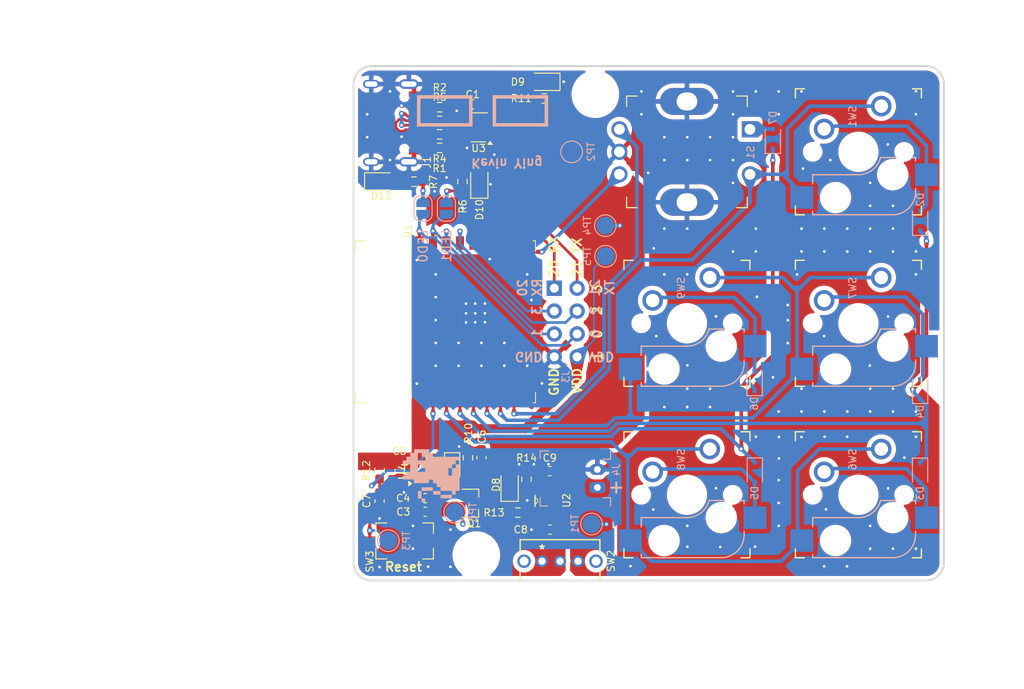
<source format=kicad_pcb>
(kicad_pcb (version 20241229) (generator "pcbnew") (generator_version "9.0")
  (layers (0 "F.Cu" signal) (4 "In1.Cu" signal) (6 "In2.Cu" signal) (2 "B.Cu" signal) (13 "F.Paste" user) (15 "B.Paste" user) (5 "F.SilkS" user "F.Silkscreen") (7 "B.SilkS" user "B.Silkscreen") (1 "F.Mask" user) (3 "B.Mask" user) (25 "Edge.Cuts" user))
  (net 0 "")
  (net 1 "Net-(D2-A)")
  (net 2 "row0")
  (net 3 "Net-(D3-A)")
  (net 4 "Net-(D4-A)")
  (net 5 "row1")
  (net 6 "Net-(D5-A)")
  (net 7 "Net-(D6-A)")
  (net 8 "Net-(D7-A)")
  (net 9 "GND")
  (net 10 "Net-(D9-A)")
  (net 11 "Net-(D10-A)")
  (net 12 "VBUS")
  (net 13 "Net-(D11-K)")
  (net 14 "Net-(D12-A)")
  (net 16 "/Din-")
  (net 17 "Net-(J1-CC1_B)")
  (net 18 "/Din+")
  (net 19 "Net-(J1-CC1_A)")
  (net 20 "IO1")
  (net 21 "IO20{slash}RXD")
  (net 22 "IO3")
  (net 23 "IO21{slash}TXD")
  (net 24 "IO2")
  (net 25 "IO0")
  (net 26 "ROT1")
  (net 27 "ROT2")
  (net 28 "VBAT")
  (net 29 "Net-(U2-PROG)")
  (net 30 "Net-(R4-Pad1)")
  (net 31 "Net-(R5-Pad1)")
  (net 32 "EN")
  (net 33 "col2")
  (net 34 "col0")
  (net 35 "col1")
  (net 36 "D+")
  (net 37 "D-")
  (net 39 "VDD")
  (net 40 "Net-(D8-K)")
  (net 41 "Net-(U2-STAT)")
  (net 42 "VBAT_IN")
  (net 43 "Net-(LED0-A)")
  (net 44 "Net-(LED1-A)")
  (footprint "Resistor_SMD:R_0603_1608Metric_Pad0.98x0.95mm_HandSolder" (layer "F.Cu") (at 191.89 84.93 -90)
    (property "Reference" "R12")
    (property "Value" "10k")
  )
  (footprint "keyswitches:Kailh_socket_MX_optional" (layer "F.Cu") (at 245.09 87.62)
    (property "Reference" "SW6" (hide yes))
    (property "Value" "MX_SW_HS")
  )
  (footprint "Capacitor_SMD:C_0603_1608Metric_Pad1.08x0.95mm_HandSolder" (layer "F.Cu") (at 194.11 84.935 90)
    (property "Reference" "C5")
    (property "Value" "2.2uF")
  )
  (footprint "MCP73831T_2ACI_OT:SOT95P280X145-5N" (layer "F.Cu") (at 210.7098 88.2954 90)
    (property "Reference" "U2")
    (property "Value" "MCP73831T-2ACI_OT")
  )
  (footprint "Capacitor_SMD:C_0603_1608Metric_Pad1.08x0.95mm_HandSolder" (layer "F.Cu") (at 196.96 87.995)
    (property "Reference" "C4")
    (property "Value" "2.2uF")
  )
  (footprint "PEC12R_4225F_S0024:XDCR_PEC12R-4225F-S0024" (layer "F.Cu") (at 226.04 49.52 -90)
    (property "Reference" "S1")
    (property "Value" "PEC12R-4225F-S0024")
  )
  (footprint "RF_Module:ESP32-C3-WROOM-02" (layer "F.Cu") (at 202.32 68.4 90)
    (property "Reference" "U1")
    (property "Value" "ESP32-C3-WROOM-02")
  )
  (footprint "Capacitor_SMD:C_0603_1608Metric_Pad1.08x0.95mm_HandSolder" (layer "F.Cu") (at 210.8125 91.4875)
    (property "Reference" "C8")
    (property "Value" "2.2uF")
  )
  (footprint "LED_SMD:LED_0805_2012Metric_Pad1.15x1.40mm_HandSolder" (layer "F.Cu") (at 206.34 86.485 90)
    (property "Reference" "D8")
    (property "Value" "LED")
  )
  (footprint "Capacitor_SMD:C_0603_1608Metric_Pad1.08x0.95mm_HandSolder" (layer "F.Cu") (at 203.21 83.5075 -90)
    (property "Reference" "C6")
    (property "Value" "100nF")
  )
  (footprint "Capacitor_SMD:C_0603_1608Metric_Pad1.08x0.95mm_HandSolder" (layer "F.Cu") (at 196.97 89.505)
    (property "Reference" "C3")
    (property "Value" "2.2uF")
  )
  (footprint "Resistor_SMD:R_0603_1608Metric_Pad0.98x0.95mm_HandSolder" (layer "F.Cu") (at 198.5675 44.5625 180)
    (property "Reference" "R2")
    (property "Value" "5.1k")
  )
  (footprint "LED_SMD:LED_0805_2012Metric_Pad1.15x1.40mm_HandSolder" (layer "F.Cu") (at 202.97 52.8175 90)
    (property "Reference" "D10")
    (property "Value" "LED")
  )
  (footprint "Resistor_SMD:R_0603_1608Metric_Pad0.98x0.95mm_HandSolder" (layer "F.Cu") (at 210.1875 43.59)
    (property "Reference" "R11")
    (property "Value" "100")
  )
  (footprint "Capacitor_SMD:C_0603_1608Metric_Pad1.08x0.95mm_HandSolder" (layer "F.Cu") (at 202.2175 44.25 180)
    (property "Reference" "C1")
    (property "Value" "100nF")
  )
  (footprint "Resistor_SMD:R_0603_1608Metric_Pad0.98x0.95mm_HandSolder" (layer "F.Cu") (at 198.56 46.0725 180)
    (property "Reference" "R5")
    (property "Value" "22")
  )
  (footprint "Resistor_SMD:R_0603_1608Metric_Pad0.98x0.95mm_HandSolder" (layer "F.Cu") (at 198.56 47.5725 180)
    (property "Reference" "R4")
    (property "Value" "22")
  )
  (footprint "Resistor_SMD:R_0603_1608Metric_Pad0.98x0.95mm_HandSolder" (layer "F.Cu") (at 198.5625 49.0825 180)
    (property "Reference" "R1")
    (property "Value" "5.1k")
  )
  (footprint "keyswitches:Kailh_socket_MX_optional" (layer "F.Cu") (at 226.04 68.57)
    (property "Reference" "SW9" (hide yes))
    (property "Value" "MX_SW_HS")
  )
  (footprint "Button_Switch_SMD:SW_Tactile_SPST_NO_Straight_CK_PTS636Sx25SMTRLFS" (layer "F.Cu") (at 194.675 92.75 180)
    (property "Reference" "SW3")
    (property "Value" "RST")
  )
  (footprint "MountingHole:MountingHole_2.7mm_M2.5" (layer "F.Cu") (at 202.64 94.32 90)
    (property "Reference" "H1" (hide yes))
    (property "Value" "MountingHole")
  )
  (footprint "Resistor_SMD:R_0603_1608Metric_Pad0.98x0.95mm_HandSolder" (layer "F.Cu") (at 207.2525 89.6)
    (property "Reference" "R13")
    (property "Value" "2.2k")
  )
  (footprint "Capacitor_SMD:C_0603_1608Metric_Pad1.08x0.95mm_HandSolder" (layer "F.Cu") (at 210.7975 84.99 180)
    (property "Reference" "C9")
    (property "Value" "2.2uF")
  )
  (footprint "Package_TO_SOT_SMD:TSOT-23_HandSoldering" (layer "F.Cu") (at 201.95 88.5625)
    (property "Reference" "Q1")
    (property "Value" "BSS84LT1G")
  )
  (footprint "Resistor_SMD:R_0603_1608Metric_Pad0.98x0.95mm_HandSolder" (layer "F.Cu") (at 208.21 85.8925 90)
    (property "Reference" "R14")
    (property "Value" "PROG")
  )
  (footprint "Resistor_SMD:R_0603_1608Metric_Pad0.98x0.95mm_HandSolder" (layer "F.Cu") (at 201.1 52.8275 -90)
    (property "Reference" "R6")
    (property "Value" "100")
  )
  (footprint "Resistor_SMD:R_0603_1608Metric_Pad0.98x0.95mm_HandSolder" (layer "F.Cu") (at 201.7 83.51 -90)
    (property "Reference" "R10")
    (property "Value" "100k")
  )
  (footprint "Package_TO_SOT_SMD:SOT-23-6_Handsoldering" (layer "F.Cu") (at 202.965 46.7975 180)
    (property "Reference" "U3")
    (property "Value" "USBLC6-2SC6")
  )
  (footprint "12402012E212A:AMPHENOL_12402012E212A" (layer "F.Cu") (at 190.96 46.31 -90)
    (property "Reference" "J1")
    (property "Value" "12402012E212A")
  )
  (footprint "Package_TO_SOT_SMD:SC-74A-5_1.55x2.9mm_P0.95mm" (layer "F.Cu") (at 196.96 85.01 90)
    (property "Reference" "U4")
    (property "Value" "XC6210B332MR")
  )
  (footprint "MountingHole:MountingHole_2.7mm_M2.5" (layer "F.Cu") (at 215.86 43.12)
    (property "Reference" "H2" (hide yes))
    (property "Value" "MountingHole")
  )
  (footprint "LED_SMD:LED_0805_2012Metric_Pad1.15x1.40mm_HandSolder" (layer "F.Cu") (at 210.075 41.74 180)
    (property "Reference" "D9")
    (property "Value" "LED")
  )
  (footprint "Capacitor_SMD:C_0603_1608Metric_Pad1.08x0.95mm_HandSolder" (layer "F.Cu") (at 191.89 88.3125 90)
    (property "Reference" "C7")
    (property "Value" "100nF")
  )
  (footprint "Resistor_SMD:R_0603_1608Metric_Pad0.98x0.95mm_HandSolder" (layer "F.Cu") (at 195.71 52.83)
    (property "Reference" "R7")
    (property "Value" "100")
  )
  (footprint "LED_SMD:LED_0805_2012Metric_Pad1.15x1.40mm_HandSolder" (layer "F.Cu") (at 192.0825 52.81)
    (property "Reference" "D12")
    (property "Value" "LED")
  )
  (footprint "keyswitches:Kailh_socket_MX_optional" (layer "F.Cu") (at 245.09 68.57)
    (property "Reference" "SW7" (hide yes))
    (property "Value" "MX_SW_HS")
  )
  (footprint "keyswitches:Kailh_socket_MX_optional" (layer "F.Cu") (at 226.04 87.62)
    (property "Reference" "SW8" (hide yes))
    (property "Value" "MX_SW_HS")
  )
  (footprint "keyswitches:Kailh_socket_MX_optional" (layer "F.Cu") (at 245.09 49.52)
    (property "Reference" "SW1" (hide yes))
    (property "Value" "MX_SW_HS")
  )
  (footprint "Diode_SMD:D_SOD-323F" (layer "F.Cu") (at 199.95 84.5575 -90)
    (property "Reference" "D11" (hide yes))
    (property "Value" "1N4148WT")
  )
  (footprint "1825232-1:1825232-1_TEC" (layer "F.Cu") (at 209.94 95)
    (property "Reference" "SW2")
    (property "Value" "1825232-1")
  )
  (footprint "Diode_SMD:D_SOD-323F" (layer "B.Cu") (at 251.95 75.8775 90)
    (property "Reference" "D4")
    (property "Value" "1N4148WT")
  )
  (footprint "Diode_SMD:D_SOD-323F" (layer "B.Cu") (at 233.56 74.999999 90)
    (property "Reference" "D6")
    (property "Value" "1N4148WT")
  )
  (footprint "Jumper:SolderJumper-2_P1.3mm_Open_RoundedPad1.0x1.5mm" (layer "B.Cu") (at 199.31 55.81 -90)
    (property "Reference" "LED1")
    (property "Value" "SolderJumper_2_Open")
  )
  (footprint "TestPoint:TestPoint_Pad_D2.0mm" (layer "B.Cu") (at 216.97 57.72 -90)
    (property "Reference" "TP4")
    (property "Value" "VBUS")
  )
  (footprint "Connector_PinSocket_2.54mm:PinSocket_2x04_P2.54mm_Vertical" (layer "B.Cu") (at 211.3 64.67 180)
    (property "Reference" "J3")
    (property "Value" "Conn_02x04_Odd_Even")
  )
  (footprint "TestPoint:TestPoint_Pad_D2.0mm" (layer "B.Cu") (at 217 61.12 90)
    (property "Reference" "TP5")
    (property "Value" "VDD")
  )
  (footprint "Diode_SMD:D_SOD-323F" (layer "B.Cu") (at 251.94 85.1525 -90)
    (property "Reference" "D3")
    (property "Value" "1N4148WT")
  )
  (footprint "TestPoint:TestPoint_Pad_D2.0mm" (layer "B.Cu") (at 200.24 89.55)
    (property "Reference" "TP6")
    (property "Value" "VIN")
  )
  (footprint "LOGO" (layer "B.Cu") (at 197.59 85.15 -90)
    (property "Reference" "G***" (hide yes))
    (property "Value" "LOGO" (hide yes))
  )
  (footprint "TestPoint:TestPoint_Pad_D2.0mm" (layer "B.Cu") (at 213.23 49.52)
    (property "Reference" "TP2")
    (property "Value" "GND")
  )
  (footprint "TestPoint:TestPoint_Pad_D2.0mm" (layer "B.Cu") (at 192.86 92.72)
    (property "Reference" "TP3")
    (property "Value" "EN")
  )
  (footprint "Diode_SMD:D_SOD-323F" (layer "B.Cu") (at 235.59 48.09 90)
    (property "Reference" "D7")
    (property "Value" "1N4148WT")
  )
  (footprint "Jumper:SolderJumper-2_P1.3mm_Open_RoundedPad1.0x1.5mm" (layer "B.Cu") (at 196.72 55.81 -90)
    (property "Reference" "LED0")
    (property "Value" "SolderJumper_2_Open")
  )
  (footprint "Diode_SMD:D_SOD-323F" (layer "B.Cu") (at 251.95 57.192499 90)
    (property "Reference" "D2")
    (property "Value" "1N4148WT")
  )
  (footprint "Connector_JST:JST_PH_S2B-PH-K_1x02_P2.00mm_Horizontal" (layer "B.Cu") (at 216.09 86.81 90)
    (property "Reference" "J4")
    (property "Value" "Conn_01x02_Pin")
  )
  (footprint "Diode_SMD:D_SOD-323F" (layer "B.Cu") (at 233.58 85.1325 -90)
    (property "Reference" "D5")
    (property "Value" "1N4148WT")
  )
  (footprint "TestPoint:TestPoint_Pad_D2.0mm" (layer "B.Cu") (at 215.44 90.87)
    (property "Reference" "TP1")
    (property "Value" "VBAT")
  )
  (gr_arc (start 252.59 39.995) (mid 254.004214 40.580786) (end 254.59 41.995) (stroke (width 0.2)) (layer "Edge.Cuts"))
  (gr_arc (start 188.995 41.995) (mid 189.580786 40.580786) (end 190.995 39.995) (stroke (width 0.2)) (layer "Edge.Cuts"))
  (gr_line (start 252.59 39.995) (end 190.995 39.995) (stroke (width 0.2)) (layer "Edge.Cuts"))
  (gr_arc (start 254.59 95.145) (mid 254.004214 96.559214) (end 252.59 97.145) (stroke (width 0.2)) (layer "Edge.Cuts"))
  (gr_arc (start 190.995 97.145) (mid 189.580786 96.559214) (end 188.995 95.145) (stroke (width 0.2)) (layer "Edge.Cuts"))
  (gr_line (start 188.995 95.145) (end 188.995 41.995) (stroke (width 0.2)) (layer "Edge.Cuts"))
  (gr_line (start 254.59 41.995) (end 254.59 95.145) (stroke (width 0.2)) (layer "Edge.Cuts"))
  (gr_line (start 252.59 97.145) (end 190.995 97.145) (stroke (width 0.2)) (layer "Edge.Cuts"))
  (gr_text "21 TX\n" (at 214.43 58.95 90) (layer "F.SilkS") (effects (font (size 1 1) (thickness 0.2) (bold yes)) (justify right bottom)))
  (gr_text "20 RX\n" (at 211.85 58.7 90) (layer "F.SilkS") (effects (font (size 1 1) (thickness 0.2) (bold yes)) (justify right bottom)))
  (gr_text "2" (at 216.67 66.59 90) (layer "F.SilkS") (effects (font (size 1 1) (thickness 0.2) (bold yes)) (justify right bottom)))
  (gr_text "VDD\n" (at 214.44 73.42 90) (layer "F.SilkS") (effects (font (size 1 1) (thickness 0.2) (bold yes)) (justify right bottom)))
  (gr_text "1" (at 216.69 71.59 90) (layer "F.SilkS") (effects (font (size 1 1) (thickness 0.2) (bold yes)) (justify right bottom)))
  (gr_text "+" (at 217.13 87.6 0) (layer "F.SilkS") (effects (font (size 1.5 1.5) (thickness 0.2) (bold yes)) (justify left bottom)))
  (gr_text "3" (at 216.66 64.12 90) (layer "F.SilkS") (effects (font (size 1 1) (thickness 0.2) (bold yes)) (justify right bottom)))
  (gr_text "GND\n" (at 211.86 73.44 90) (layer "F.SilkS") (effects (font (size 1 1) (thickness 0.2) (bold yes)) (justify right bottom)))
  (gr_text "0\n" (at 216.68 69.17 90) (layer "F.SilkS") (effects (font (size 1 1) (thickness 0.2) (bold yes)) (justify right bottom)))
  (gr_text "Reset" (at 192.37 96.21 0) (layer "F.SilkS") (effects (font (size 1 1) (thickness 0.2)) (justify left bottom)))
  (gr_text "灵\n键" (at 210.22 42.87 90) (layer "B.SilkS") (effects (font (size 5 5) (thickness 0.6)) (justify left bottom mirror)))
  (gr_text "20\nRX\n" (at 209.97 65.7 90) (layer "B.SilkS") (effects (font (size 1 1) (thickness 0.2) (bold yes)) (justify right bottom mirror)))
  (gr_text "+" (at 217.12 87.6 0) (layer "B.SilkS") (effects (font (size 1.5 1.5) (thickness 0.2) (bold yes)) (justify left bottom)))
  (gr_text "VDD\n" (at 218.08 71.68 180) (layer "B.SilkS") (effects (font (size 1 1) (thickness 0.2) (bold yes)) (justify right bottom mirror)))
  (gr_text "Kevin Ying\n" (at 210.13 50.19 180) (layer "B.SilkS") (effects (font (size 1 1) (thickness 0.2) (bold yes)) (justify right bottom mirror)))
  (gr_text "2" (at 216.42 67.73 90) (layer "B.SilkS") (effects (font (size 1 1) (thickness 0.2) (bold yes)) (justify right bottom mirror)))
  (gr_text "TX\n" (at 218.04 65.57 90) (layer "B.SilkS") (effects (font (size 1 1) (thickness 0.2) (bold yes)) (justify right bottom mirror)))
  (gr_text "0\n" (at 216.43 70.31 90) (layer "B.SilkS") (effects (font (size 1 1) (thickness 0.2) (bold yes)) (justify right bottom mirror)))
  (gr_text "21\n" (at 216.42 65.71 90) (layer "B.SilkS") (effects (font (size 1 1) (thickness 0.2) (bold yes)) (justify right bottom mirror)))
  (gr_text "1" (at 209.97 70.29 90) (layer "B.SilkS") (effects (font (size 1 1) (thickness 0.2) (bold yes)) (justify right bottom mirror)))
  (gr_text "GND\n" (at 210.11 71.68 180) (layer "B.SilkS") (effects (font (size 1 1) (thickness 0.2) (bold yes)) (justify right bottom mirror)))
  (gr_text "3" (at 209.95 67.75 90) (layer "B.SilkS") (effects (font (size 1 1) (thickness 0.2) (bold yes)) (justify right bottom mirror)))
  (segment (start 252.93 52.34) (end 252.65 52.06) (width 0.4) (layer "B.Cu") (net 1))
  (segment (start 252.66 52.05) (end 252.65 52.06) (width 0.4) (layer "B.Cu") (net 1))
  (segment (start 252.65 52.06) (end 252.65 55.39) (width 0.4) (layer "B.Cu") (net 1))
  (segment (start 241.6 46.66) (end 250.48 46.66) (width 0.4) (layer "B.Cu") (net 1))
  (segment (start 241.28 46.98) (end 241.6 46.66) (width 0.4) (layer "B.Cu") (net 1))
  (segment (start 241.28 46.98) (end 241.55 46.71) (width 0.4) (layer "B.Cu") (net 1))
  (segment (start 250.48 46.66) (end 252.65 48.83) (width 0.4) (layer "B.Cu") (net 1))
  (segment (start 252.65 48.83) (end 252.65 52.06) (width 0.4) (layer "B.Cu") (net 1))
  (segment (start 252.65 55.39) (end 251.95 56.09) (width 0.4) (layer "B.Cu") (net 1))
  (segment (start 251.95 56.09) (end 251.95 56.0925) (width 0.4) (layer "B.Cu") (net 1))
  (segment (start 252.65 74.37) (end 252.65 59.42) (width 0.4) (layer "F.Cu") (net 2))
  (segment (start 251.11 75.91) (end 252.65 74.37) (width 0.4) (layer "F.Cu") (net 2))
  (segment (start 202.33 78.58) (end 202.33 77.16) (width 0.3) (layer "F.Cu") (net 2))
  (segment (start 202.33 77.16) (end 202.32 77.15) (width 0.3) (layer "F.Cu") (net 2))
  (via (at 202.3275 78.61) (size 0.6) (drill 0.3) (layers "F.Cu" "B.Cu") (net 2))
  (via (at 252.65 59.42) (size 0.6) (drill 0.3) (layers "F.Cu" "B.Cu") (net 2))
  (via (at 251.11 75.91) (size 0.6) (drill 0.3) (layers "F.Cu" "B.Cu") (net 2))
  (segment (start 218.269058 79.681) (end 217.408058 80.542) (width 0.4) (layer "B.Cu") (net 2))
  (segment (start 252.64 80.13) (end 252.64 83.352501) (width 0.4) (layer "B.Cu") (net 2))
  (segment (start 252.65 78.58) (end 252.65 79.69) (width 0.4) (layer "B.Cu") (net 2))
  (segment (start 252.65 80.12) (end 252.64 80.13) (width 0.4) (layer "B.Cu") (net 2))
  (segment (start 251.65 79.681) (end 251.99 79.681) (width 0.4) (layer "B.Cu") (net 2))
  (segment (start 251.11 76.137499) (end 252.65 77.677499) (width 0.4) (layer "B.Cu") (net 2))
  (segment (start 252.65 79.021) (end 251.99 79.681) (width 0.4) (layer "B.Cu") (net 2))
  (segment (start 204.548942 80.539) (end 204.2565 80.539) (width 0.4) (layer "B.Cu") (net 2))
  (segment (start 252.641 79.681) (end 252.65 79.69) (width 0.4) (layer "B.Cu") (net 2))
  (segment (start 204.2565 80.539) (end 202.3275 78.61) (width 0.4) (layer "B.Cu") (net 2))
  (segment (start 217.408058 80.542) (end 204.962058 80.542) (width 0.4) (layer "B.Cu") (net 2))
  (segment (start 251.65 79.681) (end 251.981 79.681) (width 0.4) (layer "B.Cu") (net 2))
  (segment (start 204.549942 80.54) (end 204.548942 80.539) (width 0.4) (layer "B.Cu") (net 2))
  (segment (start 252.64 83.352501) (end 251.94 84.052501) (width 0.4) (layer "B.Cu") (net 2))
  (segment (start 252.65 79.69) (end 252.65 80.12) (width 0.4) (layer "B.Cu") (net 2))
  (segment (start 251.99 79.681) (end 252.641 79.681) (width 0.4) (layer "B.Cu") (net 2))
  (segment (start 204.960058 80.54) (end 204.549942 80.54) (width 0.4) (layer "B.Cu") (net 2))
  (segment (start 251.65 79.681) (end 218.269058 79.681) (width 0.4) (layer "B.Cu") (net 2))
  (segment (start 251.11 75.91) (end 251.11 76.137499) (width 0.4) (layer "B.Cu") (net 2))
  (segment (start 252.65 78.58) (end 252.65 79.021) (width 0.4) (layer "B.Cu") (net 2))
  (segment (start 252.65 77.677499) (end 252.65 78.58) (width 0.4) (layer "B.Cu") (net 2))
  (segment (start 251.981 79.681) (end 252.61 80.31) (width 0.4) (layer "B.Cu") (net 2))
  (segment (start 252.65 59.42) (end 252.65 58.992498) (width 0.4) (layer "B.Cu") (net 2))
  (segment (start 252.65 58.992498) (end 251.95 58.292498) (width 0.4) (layer "B.Cu") (net 2))
  (segment (start 204.962058 80.542) (end 204.960058 80.54) (width 0.4) (layer "B.Cu") (net 2))
  (segment (start 252.64 90.15) (end 252.65 90.16) (width 0.4) (layer "B.Cu") (net 3))
  (segment (start 241.28 85.08) (end 241.65 84.71) (width 0.4) (layer "B.Cu") (net 3))
  (segment (start 250.397501 84.71) (end 252.64 86.952499) (width 0.4) (layer "B.Cu") (net 3))
  (segment (start 252.64 86.952499) (end 252.64 90.15) (width 0.4) (layer "B.Cu") (net 3))
  (segment (start 241.65 84.71) (end 250.397501 84.71) (width 0.4) (layer "B.Cu") (net 3))
  (segment (start 252.23 70.69) (end 252.23 67.54) (width 0.4) (layer "B.Cu") (net 4))
  (segment (start 250.34 65.65) (end 241.66 65.65) (width 0.4) (layer "B.Cu") (net 4))
  (segment (start 252.65 71.11) (end 252.23 70.69) (width 0.4) (layer "B.Cu") (net 4))
  (segment (start 252.24 74.487501) (end 251.95 74.777501) (width 0.4) (layer "B.Cu") (net 4))
  (segment (start 252.24 71.52) (end 252.24 74.487501) (width 0.4) (layer "B.Cu") (net 4))
  (segment (start 241.28 66.03) (end 241.7 65.61) (width 0.4) (layer "B.Cu") (net 4))
  (segment (start 241.66 65.65) (end 241.28 66.03) (width 0.4) (layer "B.Cu") (net 4))
  (segment (start 252.65 71.11) (end 252.24 71.52) (width 0.4) (layer "B.Cu") (net 4))
  (segment (start 252.23 67.54) (end 250.34 65.65) (width 0.4) (layer "B.Cu") (net 4))
  (segment (start 235.58 50.44) (end 235.58 72.14) (width 0.4) (layer "F.Cu") (net 5))
  (segment (start 232.073748 82.52625) (end 232.07375 82.526248) (width 0.4) (layer "F.Cu") (net 5))
  (segment (start 232.07375 75.64625) (end 232.72 75) (width 0.4) (layer "F.Cu") (net 5))
  (segment (start 232.07375 82.526248) (end 232.07375 75.64625) (width 0.4) (layer "F.Cu") (net 5))
  (segment (start 235.58 72.14) (end 232.72 75) (width 0.4) (layer "F.Cu") (net 5))
  (segment (start 200.83 77.16) (end 200.82 77.15) (width 0.3) (layer "F.Cu") (net 5))
  (segment (start 232.07375 82.52625) (end 232.073748 82.52625) (width 0.4) (layer "F.Cu") (net 5))
  (segment (start 200.83 78.58) (end 200.83 77.16) (width 0.3) (layer "F.Cu") (net 5))
  (via (at 200.8275 78.61) (size 0.6) (drill 0.3) (layers "F.Cu" "B.Cu") (net 5))
  (via (at 235.58 50.44) (size 0.6) (drill 0.3) (layers "F.Cu" "B.Cu") (net 5))
  (via (at 232.07375 82.52625) (size 0.6) (drill 0.3) (layers "F.Cu" "B.Cu") (net 5))
  (via (at 232.72 75) (size 0.6) (drill 0.3) (layers "F.Cu" "B.Cu") (net 5))
  (segment (start 204.711116 81.141) (end 204.301 81.141) (width 0.4) (layer "B.Cu") (net 5))
  (segment (start 233.56 75.84) (end 232.72 75) (width 0.4) (layer "B.Cu") (net 5))
  (segment (start 204.713116 81.143) (end 204.711116 81.141) (width 0.4) (layer "B.Cu") (net 5))
  (segment (start 233.58 84.032501) (end 229.829499 80.282) (width 0.4) (layer "B.Cu") (net 5))
  (segment (start 229.829499 80.282) (end 218.518 80.282) (width 0.4) (layer "B.Cu") (net 5))
  (segment (start 204.301 81.141) (end 204.3 81.14) (width 0.4) (layer "B.Cu") (net 5))
  (segment (start 235.58 49.2) (end 235.59 49.19) (width 0.4) (layer "B.Cu") (net 5))
  (segment (start 217.657 81.143) (end 204.713116 81.143) (width 0.4) (layer "B.Cu") (net 5))
  (segment (start 218.518 80.282) (end 217.657 81.143) (width 0.4) (layer "B.Cu") (net 5))
  (segment (start 204.3 81.14) (end 203.3575 81.14) (width 0.4) (layer "B.Cu") (net 5))
  (segment (start 235.58 50.44) (end 235.58 49.2) (width 0.4) (layer "B.Cu") (net 5))
  (segment (start 203.3575 81.14) (end 200.8275 78.61) (width 0.4) (layer "B.Cu") (net 5))
  (segment (start 233.56 76.099998) (end 233.56 75.84) (width 0.4) (layer "B.Cu") (net 5))
  (segment (start 233.58 86.232499) (end 232.107501 84.76) (width 0.4) (layer "B.Cu") (net 6))
  (segment (start 222.55 84.76) (end 222.23 85.08) (width 0.4) (layer "B.Cu") (net 6))
  (segment (start 233.58 90.14) (end 233.6 90.16) (width 0.4) (layer "B.Cu") (net 6))
  (segment (start 233.58 86.232499) (end 233.58 90.14) (width 0.4) (layer "B.Cu") (net 6))
  (segment (start 232.107501 84.76) (end 222.55 84.76) (width 0.4) (layer "B.Cu") (net 6))
  (segment (start 233.56 71.15) (end 233.6 71.11) (width 0.4) (layer "B.Cu") (net 7))
  (segment (start 222.23 66.03) (end 222.56 65.7) (width 0.4) (layer "B.Cu") (net 7))
  (segment (start 222.56 65.7) (end 231.31 65.7) (width 0.4) (layer "B.Cu") (net 7))
  (segment (start 233.6 67.99) (end 233.6 71.11) (width 0.4) (layer "B.Cu") (net 7))
  (segment (start 233.56 73.9) (end 233.56 71.15) (width 0.4) (layer "B.Cu") (net 7))
  (segment (start 231.31 65.7) (end 233.6 67.99) (width 0.4) (layer "B.Cu") (net 7))
  (segment (start 232.56 70.07) (end 232.78 70.07) (width 0.4) (layer "B.Cu") (net 7))
  (segment (start 234.77 46.99) (end 233.07 46.99) (width 0.4) (layer "B.Cu") (net 8))
  (segment (start 235.59 46.99) (end 234.77 46.99) (width 0.4) (layer "B.Cu") (net 8))
  (segment (start 234.77 46.99) (end 234.34 46.99) (width 0.4) (layer "B.Cu") (net 8))
  (segment (start 233.07 46.99) (end 233.04 47.02) (width 0.4) (layer "B.Cu") (net 8))
  (segment (start 200.46 44.96) (end 199.8775 44.96) (width 0.3) (layer "F.Cu") (net 9))
  (segment (start 210.7098 88.14) (end 210.7098 89.5908) (width 0.8) (layer "F.Cu") (net 9))
  (segment (start 217.64 84.04) (end 217.66 84.04) (width 0.6) (layer "F.Cu") (net 9))
  (segment (start 210.7098 89.5908) (end 210.7098 90.7277) (width 0.8) (layer "F.Cu") (net 9))
  (segment (start 217.06 84.62) (end 217.64 84.04) (width 0.6) (layer "F.Cu") (net 9))
  (segment (start 212.34 41.74) (end 211.1 41.74) (width 0.3) (layer "F.Cu") (net 9))
  (segment (start 199.8775 44.96) (end 199.48 44.5625) (width 0.3) (layer "F.Cu") (net 9))
  (segment (start 202.09 49.0825) (end 202.955 48.2175) (width 0.3) (layer "F.Cu") (net 9))
  (segment (start 194.754 44.39) (end 194.924 44.56) (width 0.3) (layer "F.Cu") (net 9))
  (segment (start 195.14 51.46) (end 194.79 51.81) (width 0.3) (layer "F.Cu") (net 9))
  (segment (start 200.91 44.96) (end 201.355 44.515) (width 0.3) (layer "F.Cu") (net 9))
  (segment (start 190.96 50.63) (end 190.96 52.7325) (width 0.5) (layer "F.Cu") (net 9))
  (segment (start 201.61 49.0825) (end 202.09 49.0825) (width 0.3) (layer "F.Cu") (net 9))
  (segment (start 202.4125 82.5975) (end 201.7 82.5975) (width 0.3) (layer "F.Cu") (net 9))
  (segment (start 191.89 90.25) (end 191.89 89.175) (width 0.2) (layer "F.Cu") (net 9))
  (segment (start 194.34 47.84) (end 194.674379 47.84) (width 0.28) (layer "F.Cu") (net 9))
  (segment (start 201.49 82.26) (end 201.875 82.645) (width 0.3) (layer "F.Cu") (net 9))
  (segment (start 190.96 52.7325) (end 191.0575 52.83) (width 0.5) (layer "F.Cu") (net 9))
  (segment (start 208.36 88.3) (end 208.3 88.24) (width 0.8) (layer "F.Cu") (net 9))
  (segment (start 195.58 41.99) (end 195.14 41.99) (width 0.5) (layer "F.Cu") (net 9))
  (segment (start 216.58 83.19) (end 218.81 83.19) (width 0.5) (layer "F.Cu") (net 9))
  (segment (start 208.32 77.15) (end 208.32 76.85) (width 0.3) (layer "F.Cu") (net 9))
  (segment (start 210.7098 90.7277) (end 209.95 91.4875) (width 0.8) (layer "F.Cu") (net 9))
  (segment (start 201.875 82.645) (end 202.46 82.645) (width 0.3) (layer "F.Cu") (net 9))
  (segment (start 194.97 40.746) (end 194.97 40.75) (width 0.5) (layer "F.Cu") (net 9))
  (segment (start 210.7098 85.7648) (end 210.7098 88.14) (width 0.8) (layer "F.Cu") (net 9))
  (segment (start 195.17 50.66) (end 195.14 50.63) (width 0.5) (layer "F.Cu") (net 9))
  (segment (start 200.46 44.96) (end 200.91 44.96) (width 0.3) (layer "F.Cu") (net 9))
  (segment (start 195.71 50.62) (end 195.67 50.66) (width 0.5) (layer "F.Cu") (net 9))
  (segment (start 196.0975 87.995) (end 196.0975 89.495) (width 0.3) (layer "F.Cu") (net 9))
  (segment (start 196.96 87.15) (end 196.96 86.16) (width 0.6) (layer "F.Cu") (net 9))
  (segment (start 196.0775 87.975) (end 196.0975 87.995) (width 0.3) (layer "F.Cu") (net 9))
  (segment (start 210.5498 88.3) (end 208.36 88.3) (width 0.8) (layer "F.Cu") (net 9))
  (segment (start 203.68 53.12) (end 202.97 53.83) (width 0.3) (layer "F.Cu") (net 9))
  (segment (start 202.97 53.83) (end 202.97 53.8425) (width 0.3) (layer "F.Cu") (net 9))
  (segment (start 203.215 53.8425) (end 202.97 53.8425) (width 0.5) (layer "F.Cu") (net 9))
  (segment (start 201.61 49.0825) (end 199.475 49.0825) (width 0.3) (layer "F.Cu") (net 9))
  (segment (start 216.09 83.68) (end 216.5 83.27) (width 0.5) (layer "F.Cu") (net 9))
  (segment (start 216.09 84.81) (end 216.27 84.63) (width 0.6) (layer "F.Cu") (net 9))
  (segment (start 195.71 49.51) (end 195.71 50.62) (width 0.5) (layer "F.Cu") (net 9))
  (segment (start 208.32 76.85) (end 209.93 75.24) (width 0.3) (layer "F.Cu") (net 9))
  (segment (start 200.73 82.26) (end 201.49 82.26) (width 0.3) (layer "F.Cu") (net 9))
  (segment (start 216.27 84.63) (end 217.06 84.63) (width 0.6) (layer "F.Cu") (net 9))
  (segment (start 194.97 40.75) (end 195.14 40.92) (width 0.5) (layer "F.Cu") (net 9))
  (segment (start 194.33 44.39) (end 194.754 44.39) (width 0.3) (layer "F.Cu") (net 9))
  (segment (start 203.21 82.645) (end 201.7475 82.645) (width 0.6) (layer "F.Cu") (net 9))
  (segment (start 196.0975 89.495) (end 196.1075 89.505) (width 0.3) (layer "F.Cu") (net 9))
  (segment (start 202.955 48.2175) (end 202.955 47.377501) (width 0.3) (layer "F.Cu") (net 9))
  (segment (start 195.71 43.11) (end 195.71 42.12) (width 0.5) (layer "F.Cu") (net 9))
  (segment (start 203.535001 46.7975) (end 204.315 46.7975) (width 0.3) (layer "F.Cu") (net 9))
  (segment (start 217.06 84.63) (end 217.06 84.62) (width 0.6) (layer "F.Cu") (net 9))
  (segment (start 195.67 50.66) (end 195.17 50.66) (width 0.5) (layer "F.Cu") (net 9))
  (segment (start 195.14 40.92) (end 195.14 41.99) (width 0.5) (layer "F.Cu") (net 9))
  (segment (start 204.22 53.12) (end 203.68 53.12) (width 0.3) (layer "F.Cu") (net 9))
  (segment (start 194.79 51.81) (end 194.17 51.81) (width 0.3) (layer "F.Cu") (net 9))
  (segment (start 194.674379 47.84) (end 194.954379 47.56) (width 0.28) (layer "F.Cu") (net 9))
  (segment (start 201.355 44.515) (end 201.355 44.25) (width 0.3) (layer "F.Cu") (net 9))
  (segment (start 195.71 42.12) (end 195.58 41.99) (width 0.5) (layer "F.Cu") (net 9))
  (segment (start 210.7098 88.14) (end 210.5498 88.3) (width 0.8) (layer "F.Cu") (net 9))
  (segment (start 194.954379 47.56) (end 195.71 47.56) (width 0.28) (layer "F.Cu") (net 9))
  (segment (start 195.14 51.46) (end 195.66 51.98) (width 0.3) (layer "F.Cu") (net 9))
  (segment (start 218.54 49.52) (end 222.22 53.2) (width 0.5) (layer "F.Cu") (net 9))
  (segment (start 217.66 84.04) (end 218.24 84.04) (width 0.4) (layer "F.Cu") (net 9))
  (segment (start 210.7098 89.5908) (end 210.71 89.591) (width 0.8) (layer "F.Cu") (net 9))
  (segment (start 194.924 44.56) (end 195.71 44.56) (width 0.3) (layer "F.Cu") (net 9))
  (segment (start 196.8875 87.2225) (end 196.96 87.15) (width 0.6) (layer "F.Cu") (net 9))
  (segment (start 196.0975 87.995) (end 196.87 87.2225) (width 0.6) (layer "F.Cu") (net 9))
  (segment (start 216.5 83.27) (end 216.58 83.19) (width 0.5) (layer "F.Cu") (net 9))
  (segment (start 202.955 47.377501) (end 203.535001 46.7975) (width 0.3) (layer "F.Cu") (net 9))
  (segment (start 208.32 77.157) (end 208.32 77.15) (width 0.3) (layer "F.Cu") (net 9))
  (segment (start 210.7098 85.7648) (end 209.935 84.99) (width 0.8) (layer "F.Cu") (net 9))
  (segment (start 195.14 50.63) (end 195.14 51.46) (width 0.3) (layer "F.Cu") (net 9))
  (segment (start 222.22 53.2) (end 222.22 53.42) (width 0.5) (layer "F.Cu") (net 9))
  (segment (start 196.87 87.2225) (end 196.8875 87.2225) (width 0.6) (layer "F.Cu") (net 9))
  (segment (start 216.09 84.81) (end 216.09 83.68) (width 0.5) (layer "F.Cu") (net 9))
  (segment (start 212.35 41.73) (end 212.34 41.74) (width 0.3) (layer "F.Cu") (net 9))
  (via (at 251.47 60.59) (size 0.6) (drill 0.3) (layers "F.Cu" "B.Cu") (net 9))
  (via (at 228.61 47.89) (size 0.6) (drill 0.3) (layers "F.Cu" "B.Cu") (net 9))
  (via (at 226.07 77.87) (size 0.6) (drill 0.3) (layers "F.Cu" "B.Cu") (net 9))
  (via (at 238.77 60.59) (size 0.6) (drill 0.3) (layers "F.Cu" "B.Cu") (net 9))
  (via (at 237.24 66.54) (size 0.6) (drill 0.3) (layers "F.Cu" "B.Cu") (net 9))
  (via (at 236.23 42.81) (size 0.6) (drill 0.3) (layers "F.Cu" "B.Cu") (net 9))
  (via (at 223.53 50.43) (size 0.6) (drill 0.3) (layers "F.Cu" "B.Cu") (net 9))
  (via (at 222.3 89.25) (size 0.6) (drill 0.3) (layers "F.Cu" "B.Cu") (net 9))
  (via (at 243.85 58.05) (size 0.6) (drill 0.3) (layers "F.Cu" "B.Cu") (net 9))
  (via (at 203.21 73.29) (size 0.6) (drill 0.3) (layers "F.Cu" "B.Cu") (net 9))
  (via (at 198.13 65.67) (size 0.6) (drill 0.3) (layers "F.Cu" "B.Cu") (net 9))
  (via (at 210.66 84.22) (size 0.6) (drill 0.3) (layers "F.Cu" "B.Cu") (net 9))
  (via (at 198.13 63.13) (size 0.6) (drill 0.3) (layers "F.Cu" "B.Cu") (net 9))
  (via (at 226.07 63.13) (size 0.6) (drill 0.3) (layers "F.Cu" "B.Cu") (net 9))
  (via (at 235.6 74.57) (size 0.6) (drill 0.3) (layers "F.Cu" "B.Cu") (net 9))
  (via (at 202.52 67.46) (size 0.5) (drill 0.3) (layers "F.Cu" "B.Cu") (net 9))
  (via (at 246.39 93.61) (size 0.6) (drill 0.3) (layers "F.Cu" "B.Cu") (net 9))
  (via (at 201.1 55.74) (size 0.6) (drill 0.3) (layers "F.Cu" "B.Cu") (net 9))
  (via (at 246.39 60.59) (size 0.6) (drill 0.3) (layers "F.Cu" "B.Cu") (net 9))
  (via (at 197.29 95.6) (size 0.6) (drill 0.3) (layers "F.Cu" "B.Cu") (net 9))
  (via (at 241.33 81.17) (size 0.6) (drill 0.3) (layers "F.Cu" "B.Cu") (net 9))
  (via (at 248.38 67.82) (size 0.6) (drill 0.3) (layers "F.Cu" "B.Cu") (net 9))
  (via (at 238.27 63.15) (size 0.6) (drill 0.3) (layers "F.Cu" "B.Cu") (net 9))
  (via (at 208.29 63.13) (size 0.6) (drill 0.3) (layers "F.Cu" "B.Cu") (net 9))
  (via (at 226.09 73.24) (size 0.6) (drill 0.3) (layers "F.Cu" "B.Cu") (net 9))
  (via (at 243.85 60.59) (size 0.6) (drill 0.3) (layers "F.Cu" "B.Cu") (net 9))
  (via (at 193.05 42.81) (size 0.6) (drill 0.3) (layers "F.Cu" "B.Cu") (net 9))
  (via (at 220.99 45.35) (size 0.6) (drill 0.3) (layers "F.Cu" "B.Cu") (net 9))
  (via (at 231.15 42.81) (size 0.6) (drill 0.3) (layers "F.Cu" "B.Cu") (net 9))
  (via (at 248.93 75.83) (size 0.6) (drill 0.3) (layers "F.Cu" "B.Cu") (net 9))
  (via (at 238.77 78.37) (size 0.6) (drill 0.3) (layers "F.Cu" "B.Cu") (net 9))
  (via (at 194.34 47.84) (size 0.5) (drill 0.3) (layers "F.Cu" "B.Cu") (net 9))
  (via (at 198 53.9) (size 0.6) (drill 0.3) (layers "F.Cu" "B.Cu") (net 9))
  (via (at 203.21 70.75) (size 0.6) (drill 0.3) (layers "F.Cu" "B.Cu") (net 9))
  (via (at 248.93 93.61) (size 0.6) (drill 0.3) (layers "F.Cu" "B.Cu") (net 9))
  (via (at 229.27 67.8) (size 0.6) (drill 0.3) (layers "F.Cu" "B.Cu") (net 9))
  (via (at 208.77 91.49) (size 0.6) (drill 0.3) (layers "F.Cu" "B.Cu") (net 9))
  (via (at 201.5 67.47) (size 0.5) (drill 0.3) (layers "F.Cu" "B.Cu") (net 9))
  (via (at 236.23 85.99) (size 0.6) (drill 0.3) (layers "F.Cu" "B.Cu") (net 9))
  (via (at 237.24 70.76) (size 0.6) (drill 0.3) (layers "F.Cu" "B.Cu") (net 9))
  (via (at 201.5 66.39) (size 0.5) (drill 0.3) (layers "F.Cu" "B.Cu") (net 9))
  (via (at 201.61 49.0825) (size 0.6) (drill 0.3) (layers "F.Cu" "B.Cu") (net 9))
  (via (at 223.53 63.13) (size 0.6) (drill 0.3) (layers "F.Cu" "B.Cu") (net 9))
  (via (at 196.03 75.27) (size 0.6) (drill 0.3) (layers "F.Cu" "B.Cu") (net 9))
  (via (at 238.76 81.2) (size 0.6) (drill 0.3) (layers "F.Cu" "B.Cu") (net 9))
  (via (at 231.15 60.59) (size 0.6) (drill 0.3) (layers "F.Cu" "B.Cu") (net 9))
  (via (at 237.24 68.22) (size 0.6) (drill 0.3) (layers "F.Cu" "B.Cu") (net 9))
  (via (at 198.13 70.75) (size 0.6) (drill 0.3) (layers "F.Cu" "B.Cu") (net 9))
  (via (at 198.13 68.21) (size 0.6) (drill 0.3) (layers "F.Cu" "B.Cu") (net 9))
  (via (at 226.07 50.43) (size 0.6) (drill 0.3) (layers "F.Cu" "B.Cu") (net 9))
  (via (at 195.59 93.61) (size 0.6) (drill 0.3) (layers "F.Cu" "B.Cu") (net 9))
  (via (at 238.77 42.81) (size 0.6) (drill 0.3) (layers "F.Cu" "B.Cu") (net 9))
  (via (at 223.53 47.89) (size 0.6) (drill 0.3) (layers "F.Cu" "B.Cu") (net 9))
  (via (at 202.52 68.46) (size 0.5) (drill 0.3) (layers "F.Cu" "B.Cu") (net 9))
  (via (at 200.67 70.75) (size 0.6) (drill 0.3) (layers "F.Cu" "B.Cu") (net 9))
  (via (at 248.93 58.05) (size 0.6) (drill 0.3) (layers "F.Cu" "B.Cu") (net 9))
  (via (at 231.15 47.89) (size 0.6) (drill 0.3) (layers "F.Cu" "B.Cu") (net 9))
  (via (at 233.69 60.59) (size 0.6) (drill 0.3) (layers "F.Cu" "B.Cu") (net 9))
  (via (at 229.74 93.42) (size 0.6) (drill 0.3) (layers "F.Cu" "B.Cu") (net 9))
  (via (at 209.93 75.24) (size 0.6) (drill 0.3) (layers "F.Cu" "B.Cu") (net 9))
  (via (at 193.05 50.43) (size 0.6) (drill 0.3) (layers "F.Cu" "B.Cu") (net 9))
  (via (at 190.51 45.35) (size 0.6) (drill 0.3) (layers "F.Cu" "B.Cu") (net 9))
  (via (at 220.99 42.81) (size 0.6) (drill 0.3) (layers "F.Cu" "B.Cu") (net 9))
  (via (at 233.69 42.81) (size 0.6) (drill 0.3) (layers "F.Cu" "B.Cu") (net 9))
  (via (at 204.13 61.43) (size 0.6) (drill 0.3) (layers "F.Cu" "B.Cu") (net 9))
  (via (at 198.13 73.29) (size 0.6) (drill 0.3) (layers "F.Cu" "B.Cu") (net 9))
  (via (at 238.77 75.83) (size 0.6) (drill 0.3) (layers "F.Cu" "B.Cu") (net 9))
  (via (at 248.93 78.37) (size 0.6) (drill 0.3) (layers "F.Cu" "B.Cu") (net 9))
  (via (at 191.89 95.65) (size 0.6) (drill 0.3) (layers "F.Cu" "B.Cu") (net 9))
  (via (at 238.93 51.39) (size 0.6) (drill 0.3) (layers "F.Cu" "B.Cu") (net 9))
  (via (at 222.63 69.99) (size 0.6) (drill 0.3) (layers "F.Cu" "B.Cu") (net 9))
  (via (at 231.15 50.43) (size 0.6) (drill 0.3) (layers "F.Cu" "B.Cu") (net 9))
  (via (at 228.61 75.84) (size 0.6) (drill 0.3) (layers "F.Cu" "B.Cu") (net 9))
  (via (at 203.59 66.37) (size 0.5) (drill 0.3) (layers "F.Cu" "B.Cu") (net 9))
  (via (at 250.19 83.49) (size 0.6) (drill 0.3) (layers "F.Cu" "B.Cu") (net 9))
  (via (at 233.81 65.63) (size 0.6) (drill 0.3) (layers "F.Cu" "B.Cu") (net 9))
  (via (at 251.47 81.17) (size 0.6) (drill 0.3) (layers "F.Cu" "B.Cu") (net 9))
  (via (at 191.89 90.25) (size 0.6) (drill 0.3) (layers "F.Cu" "B.Cu") (net 9))
  (via (at 196.03 61.55) (size 0.6) (drill 0.3) (layers "F.Cu" "B.Cu") (net 9))
  (via (at 248.39 86.91) (size 0.6) (drill 0.3) (layers "F.Cu" "B.Cu") (net 9))
  (via (at 231.15 52.97) (size 0.6) (drill 0.3) (layers "F.Cu" "B.Cu") (net 9))
  (via (at 236.25 83.59) (size 0.6) (drill 0.3) (layers "F.Cu" "B.Cu") (net 9))
  (via (at 241.31 78.37) (size 0.6) (drill 0.3) (layers "F.Cu" "B.Cu") (net 9))
  (via (at 246.39 91.07) (size 0.6) (drill 0.3) (layers "F.Cu" "B.Cu") (net 9))
  (via (at 201.5 68.47) (size 0.5) (drill 0.3) (layers "F.Cu" "B.Cu") (net 9))
  (via (at 226.07 75.83) (size 0.6) (drill 0.3) (layers "F.Cu" "B.Cu") (net 9))
  (via (at 233.62 93.38) (size 0.6) (drill 0.3) (layers "F.Cu" "B.Cu") (net 9))
  (via (at 238.77 58.05) (size 0.6) (drill 0.3) (layers "F.Cu" "B.Cu") (net 9))
  (via (at 236.25 81.18) (size 0.6) (drill 0.3) (layers "F.Cu" "B.Cu") (net 9))
  (via (at 228.61 50.43) (size 0.6) (drill 0.3) (layers "F.Cu" "B.Cu") (net 9))
  (via (at 251.47 42.79) (size 0.6) (drill 0.3) (layers "F.Cu" "B.Cu") (net 9))
  (via (at 241.27 69.99) (size 0.6) (drill 0.3) (layers "F.Cu" "B.Cu") (net 9))
  (via (at 226.07 47.89) (size 0.6) (drill 0.3) (layers "F.Cu" "B.Cu") (net 9))
  (via (at 200.67 73.29) (size 0.6) (drill 0.3) (layers "F.Cu" "B.Cu") (net 9))
  (via (at 241.31 58.05) (size 0.6) (drill 0.3) (layers "F.Cu" "B.Cu") (net 9))
  (via (at 233.69 58.05) (size 0.6) (drill 0.3) (layers "F.Cu" "B.Cu") (net 9))
  (via (at 229.28 86.89) (size 0.6) (drill 0.3) (layers "F.Cu" "B.Cu") (net 9))
  (via (at 246.39 58.05) (size 0.6) (drill 0.3) (layers "F.Cu" "B.Cu") (net 9))
  (via (at 236.23 91.07) (size 0.6) (drill 0.3) (layers "F.Cu" "B.Cu") (net 9))
  (via (at 246.39 75.83) (size 0.6) (drill 0.3) (layers "F.Cu" "B.Cu") (net 9))
  (via (at 203.59 67.45) (size 0.5) (drill 0.3) (layers "F.Cu" "B.Cu") (net 9))
  (via (at 204.22 53.12) (size 0.6) (drill 0.3) (layers "F.Cu" "B.Cu") (net 9))
  (via (at 223.53 58.05) (size 0.6) (drill 0.3) (layers "F.Cu" "B.Cu") (net 9))
  (via (at 248.36 48.7) (size 0.6) (drill 0.3) (layers "F.Cu" "B.Cu") (net 9))
  (via (at 208.3 88.24) (size 0.6) (drill 0.3) (layers "F.Cu" "B.Cu") (net 9))
  (via (at 246.39 78.37) (size 0.6) (drill 0.3) (layers "F.Cu" "B.Cu") (net 9))
  (via (at 233.69 81.17) (size 0.6) (drill 0.3) (layers "F.Cu" "B.Cu") (net 9))
  (via (at 251.47 45.34) (size 0.6) (drill 0.3) (layers "F.Cu" "B.Cu") (net 9))
  (via (at 226.07 58.05) (size 0.6) (drill 0.3) (layers "F.Cu" "B.Cu") (net 9))
  (via (at 241.29 95.57) (size 0.6) (drill 0.3) (layers "F.Cu" "B.Cu") (net 9))
  (via (at 243.84 81.17) (size 0.6) (drill 0.3) (layers "F.Cu" "B.Cu") (net 9))
  (via (at 248.93 55.51) (size 0.6) (drill 0.3) (layers "F.Cu" "B.Cu") (net 9))
  (via (at 226.09 93.39) (size 0.6) (drill 0.3) (layers "F.Cu" "B.Cu") (net 9))
  (via (at 251.47 93.61) (size 0.6) (drill 0.3) (layers "F.Cu" "B.Cu") (net 9))
  (via (at 236.23 88.53) (size 0.6) (drill 0.3) (layers "F.Cu" "B.Cu") (net 9))
  (via (at 222.35 60.24) (size 0.6) (drill 0.3) (layers "F.Cu" "B.Cu") (net 9))
  (via (at 203.59 68.45) (size 0.5) (drill 0.3) (layers "F.Cu" "B.Cu") (net 9))
  (via (at 246.39 55.51) (size 0.6) (drill 0.3) (layers "F.Cu" "B.Cu") (net 9))
  (via (at 223.53 77.87) (size 0.6) (drill 0.3) (layers "F.Cu" "B.Cu") (net 9))
  (via (at 219.76 95.55) (size 0.6) (drill 0.3) (layers "F.Cu" "B.Cu") (net 9))
  (via (at 246.39 52.97) (size 0.6) (drill 0.3) (layers "F.Cu" "B.Cu") (net 9))
  (via (at 202.52 66.38) (size 0.5) (drill 0.3) (layers "F.Cu" "B.Cu") (net 9))
  (via (at 246.36 73.27) (size 0.6) (drill 0.3) (layers "F.Cu" "B.Cu") (net 9))
  (via (at 231.15 45.35) (size 0.6) (drill 0.3) (layers "F.Cu" "B.Cu") (net 9))
  (via (at 199.76 91.49) (size 0.6) (drill 0.3) (layers "F.Cu" "B.Cu") (net 9))
  (via (at 221.74 51.85) (size 0.6) (drill 0.3) (layers "F.Cu" "B.Cu") (net 9))
  (via (at 208.77 65.98) (size 0.6) (drill 0.3) (layers "F.Cu" "B.Cu") (net 9))
  (via (at 200.73 82.26) (size 0.6) (drill 0.3) (layers "F.Cu" "B.Cu") (net 9))
  (via (at 200.46 44.96) (size 0.5) (drill 0.3) (layers "F.Cu" "B.Cu") (net 9))
  (via (at 236.23 78.37) (size 0.6) (drill 0.3) (layers "F.Cu" "B.Cu") (net 9))
  (via (at 243.83 95.57) (size 0.6) (drill 0.3) (layers "F.Cu" "B.Cu") (net 9))
  (via (at 199.33 52.37) (size 0.6) (drill 0.3) (layers "F.Cu" "B.Cu") (net 9))
  (via (at 251.47 63.13) (size 0.6) (drill 0.3) (layers "F.Cu" "B.Cu") (net 9))
  (via (at 199.77 95.62) (size 0.6) (drill 0.3) (layers "F.Cu" "B.Cu") (net 9))
  (via (at 241.97 50.43) (size 0.6) (drill 0.3) (layers "F.Cu" "B.Cu") (net 9))
  (via (at 205.75 73.29) (size 0.6) (drill 0.3) (layers "F.Cu" "B.Cu") (net 9))
  (via (at 194.6 87.35) (size 0.6) (drill 0.3) (layers "F.Cu" "B.Cu") (net 9))
  (via (at 228.61 77.87) (size 0.6) (drill 0.3) (layers "F.Cu" "B.Cu") (net 9))
  (via (at 205.75 70.75) (size 0.6) (drill 0.3) (layers "F.Cu" "B.Cu") (net 9))
  (via (at 195.59 91.07) (size 0.6) (drill 0.3) (layers "F.Cu" "B.Cu") (net 9))
  (via (at 194.33 44.39) (size 0.5) (drill 0.3) (layers "F.Cu" "B.Cu") (net 9))
  (via (at 207.38 84.23) (size 0.6) (drill 0.3) (layers "F.Cu" "B.Cu") (net 9))
  (via (at 236.23 45.35) (size 0.6) (drill 0.3) (layers "F.Cu" "B.Cu") (net 9))
  (via (at 241.49131 89.24) (size 0.6) (drill 0.3) (layers "F.Cu" "B.Cu") (net 9))
  (via (at 190.51 47.89) (size 0.6) (drill 0.3) (layers "F.Cu" "B.Cu") (net 9))
  (via (at 248.93 60.59) (size 0.6) (drill 0.3) (layers "F.Cu" "B.Cu") (net 9))
  (via (at 204.64 49.82) (size 0.6) (drill 0.3) (layers "F.Cu" "B.Cu") (net 9))
  (via (at 212.35 41.73) (size 0.6) (drill 0.3) (layers "F.Cu" "B.Cu") (net 9))
  (via (at 243.85 78.37) (size 0.6) (drill 0.3) (layers "F.Cu" "B.Cu") (net 9))
  (via (at 208.29 73.29) (size 0.6) (drill 0.3) (layers "F.Cu" "B.Cu") (net 9))
  (via (at 226.07 91.07) (size 0.6) (drill 0.3) (layers "F.Cu" "B.Cu") (net 9))
  (via (at 209.03 84.23) (size 0.6) (drill 0.3) (layers "F.Cu" "B.Cu") (net 9))
  (via (at 241.31 60.59) (size 0.6) (drill 0.3) (layers "F.Cu" "B.Cu") (net 9))
  (via (at 251.46 78.38) (size 0.6) (drill 0.3) (layers "F.Cu" "B.Cu") (net 9))
  (segment (start 208.81 41.5) (end 209.05 41.74) (width 0.3) (layer "F.Cu") (net 10))
  (segment (start 211.1 43.59) (end 210.9 43.59) (width 0.4) (layer "F.Cu") (net 10))
  (segment (start 210.9 43.59) (end 209.05 41.74) (width 0.4) (layer "F.Cu") (net 10))
  (segment (start 201.2225 51.7925) (end 202.97 51.7925) (width 0.3) (layer "F.Cu") (net 11))
  (segment (start 201.1 51.915) (end 201.2225 51.7925) (width 0.3) (layer "F.Cu") (net 11))
  (segment (start 211.57 87.66) (end 211.91 87.66) (width 0.3) (layer "F.Cu") (net 12))
  (segment (start 202.63 44.7) (end 203.08 44.25) (width 0.3) (layer "F.Cu") (net 12))
  (segment (start 211.52 85.02) (end 211.52 86.8704) (width 0.3) (layer "F.Cu") (net 12))
  (segment (start 211.52 87.61) (end 211.57 87.66) (width 0.3) (layer "F.Cu") (net 12))
  (segment (start 211.66 84.99) (end 211.55 84.99) (width 0.3) (layer "F.Cu") (net 12))
  (segment (start 210.755 82.6475) (end 211.66 83.5525) (width 0.3) (layer "F.Cu") (net 12))
  (segment (start 197.17 43.33) (end 197.24 43.33) (width 0.5) (layer "F.Cu") (net 12))
  (segment (start 202.935 45.295) (end 203.31 44.92) (width 0.3) (layer "F.Cu") (net 12))
  (segment (start 195.71 43.91) (end 196.59 43.91) (width 0.5) (layer "F.Cu") (net 12))
  (segment (start 202.935 45.295) (end 202.63 44.99) (width 0.3) (layer "F.Cu") (net 12))
  (segment (start 202.369 46.7975) (end 201.615 46.7975) (width 0.3) (layer "F.Cu") (net 12))
  (segment (start 196.59 43.91) (end 197.17 43.33) (width 0.5) (layer "F.Cu") (net 12))
  (segment (start 206.34 82.6475) (end 210.755 82.6475) (width 0.3) (layer "F.Cu") (net 12))
  (segment (start 200.24 87.6125) (end 200.24 85.9475) (width 0.2) (layer "F.Cu") (net 12))
  (segment (start 211.66 83.5525) (end 211.66 84.99) (width 0.3) (layer "F.Cu") (net 12))
  (segment (start 201.7525 84.37) (end 201.7 84.4225) (width 0.3) (layer "F.Cu") (net 12))
  (segment (start 206.34 85.46) (end 206.34 82.6475) (width 0.3) (layer "F.Cu") (net 12))
  (segment (start 200.24 85.9475) (end 199.95 85.6575) (width 0.2) (layer "F.Cu") (net 12))
  (segment (start 202.935 45.295) (end 202.935 45.56) (width 0.3) (layer "F.Cu") (net 12))
  (segment (start 202.63 44.99) (end 202.63 44.7) (width 0.3) (layer "F.Cu") (net 12))
  (segment (start 202.935 46.2315) (end 202.369 46.7975) (width 0.3) (layer "F.Cu") (net 12))
  (segment (start 211.52 87.1296) (end 211.52 87.61) (width 0.3) (layer "F.Cu") (net 12))
  (segment (start 211.52 86.8704) (end 211.6496 87) (width 0.3) (layer "F.Cu") (net 12))
  (segment (start 202.935 45.56) (end 202.935 46.2315) (width 0.3) (layer "F.Cu") (net 12))
  (segment (start 211.6496 87) (end 211.52 87.1296) (width 0.3) (layer "F.Cu") (net 12))
  (segment (start 211.55 84.99) (end 211.52 85.02) (width 0.3) (layer "F.Cu") (net 12))
  (via (at 218.59 57.72) (size 0.6) (drill 0.3) (layers "F.Cu" "B.Cu") (net 12))
  (segment (start 218.59 57.72) (end 216.97 57.72) (width 0.2) (layer "B.Cu") (net 12))
  (segment (start 201.14 90.87) (end 201.1475 90.8625) (width 0.2) (layer "F.Cu") (net 13))
  (segment (start 197.8225 87.995) (end 197.91 87.9075) (width 0.6) (layer "F.Cu") (net 13))
  (segment (start 197.8325 88.005) (end 197.8225 87.995) (width 0.6) (layer "F.Cu") (net 13))
  (segment (start 199.95 84.06) (end 198.005 86.005) (width 0.5) (layer "F.Cu") (net 13))
  (segment (start 197.91 87.9075) (end 197.91 86.155) (width 0.6) (layer "F.Cu") (net 13))
  (segment (start 197.84 89.5125) (end 197.8325 89.505) (width 0.2) (layer "F.Cu") (net 13))
  (segment (start 196.01 85.526612) (end 196.01 86.16) (width 0.4) (layer "F.Cu") (net 13))
  (segment (start 198.005 86.005) (end 198.005 86.065) (width 0.5) (layer "F.Cu") (net 13))
  (segment (start 200.24 89.5125) (end 197.84 89.5125) (width 0.2) (layer "F.Cu") (net 13))
  (segment (start 201.1475 90.8625) (end 201.1475 89.5125) (width 0.2) (layer "F.Cu") (net 13))
  (segment (start 197.8325 89.505) (end 197.8325 88.005) (width 0.6) (layer "F.Cu") (net 13))
  (segment (start 197.342388 84.959) (end 196.577612 84.959) (width 0.4) (layer "F.Cu") (net 13))
  (segment (start 196.577612 84.959) (end 196.01 85.526612) (width 0.4) (layer "F.Cu") (net 13))
  (segment (start 197.91 85.526612) (end 197.342388 84.959) (width 0.4) (layer "F.Cu") (net 13))
  (segment (start 197.91 86.16) (end 197.91 85.526612) (width 0.4) (layer "F.Cu") (net 13))
  (segment (start 199.95 83.4575) (end 199.95 84.06) (width 0.5) (layer "F.Cu") (net 13))
  (segment (start 201.1475 89.5125) (end 200.24 89.5125) (width 0.2) (layer "F.Cu") (net 13))
  (via (at 201.14 90.87) (size 0.6) (drill 0.3) (layers "F.Cu" "B.Cu") (net 13))
  (segment (start 201.14 90.87) (end 201.14 90.45) (width 0.2) (layer "B.Cu") (net 13))
  (segment (start 201.14 90.45) (end 200.24 89.55) (width 0.2) (layer "B.Cu") (net 13))
  (segment (start 193.1075 52.83) (end 194.7975 52.83) (width 0.3) (layer "F.Cu") (net 14))
  (segment (start 194.344671 46.56) (end 195.71 46.56) (width 0.3) (layer "F.Cu") (net 16))
  (segment (start 197.16 46.56) (end 197.6475 46.0725) (width 0.3) (layer "F.Cu") (net 16))
  (segment (start 194.695 45.26) (end 194.995 45.56) (width 0.3) (layer "F.Cu") (net 16))
  (segment (start 194.34 45.26) (end 194.695 45.26) (width 0.3) (layer "F.Cu") (net 16))
  (segment (start 194.34467 46.559999) (end 194.344671 46.56) (width 0.3) (layer "F.Cu") (net 16))
  (segment (start 194.995 45.56) (end 195.71 45.56) (width 0.3) (layer "F.Cu") (net 16))
  (segment (start 195.71 46.56) (end 197.16 46.56) (width 0.3) (layer "F.Cu") (net 16))
  (via (at 194.34 45.26) (size 0.6) (drill 0.3) (layers "F.Cu" "B.Cu") (net 16))
  (via (at 194.34467 46.559999) (size 0.6) (drill 0.3) (layers "F.Cu" "B.Cu") (net 16))
  (segment (start 194.34 46.555329) (end 194.34467 46.559999) (width 0.3) (layer "B.Cu") (net 16))
  (segment (start 194.34 45.26) (end 194.34 46.555329) (width 0.3) (layer "B.Cu") (net 16))
  (segment (start 195.71 48.06) (end 196.6275 48.06) (width 0.3) (layer "F.Cu") (net 17))
  (segment (start 196.6275 48.06) (end 197.65 49.0825) (width 0.3) (layer "F.Cu") (net 17))
  (segment (start 194.08 47.22) (end 194.6 47.22) (width 0.3) (layer "F.Cu") (net 18))
  (segment (start 193.69 46.29) (end 193.69 46.83) (width 0.3) (layer "F.Cu") (net 18))
  (segment (start 194.07 45.91) (end 193.69 46.29) (width 0.3) (layer "F.Cu") (net 18))
  (segment (start 195.71 47.06) (end 197.135 47.06) (width 0.3) (layer "F.Cu") (net 18))
  (segment (start 194.76 47.06) (end 195.71 47.06) (width 0.3) (layer "F.Cu") (net 18))
  (segment (start 197.135 47.06) (end 197.6475 47.5725) (width 0.3) (layer "F.Cu") (net 18))
  (segment (start 193.69 46.83) (end 194.08 47.22) (width 0.3) (layer "F.Cu") (net 18))
  (segment (start 194.6 47.22) (end 194.76 47.06) (width 0.3) (layer "F.Cu") (net 18))
  (segment (start 195.71 46.06) (end 194.78 46.06) (width 0.3) (layer "F.Cu") (net 18))
  (segment (start 194.78 46.06) (end 194.63 45.91) (width 0.3) (layer "F.Cu") (net 18))
  (segment (start 194.63 45.91) (end 194.07 45.91) (width 0.3) (layer "F.Cu") (net 18))
  (segment (start 197.1575 45.06) (end 197.655 44.5625) (width 0.3) (layer "F.Cu") (net 19))
  (segment (start 195.71 45.06) (end 197.1575 45.06) (width 0.3) (layer "F.Cu") (net 19))
  (segment (start 197.82 58.32) (end 197.82 59.65) (width 0.3) (layer "F.Cu") (net 20))
  (segment (start 197.83 58.31) (end 197.82 58.32) (width 0.3) (layer "F.Cu") (net 20))
  (via (at 197.83 58.31) (size 0.6) (drill 0.3) (layers "F.Cu" "B.Cu") (net 20))
  (segment (start 197.83 57.68) (end 199.04 56.47) (width 0.3) (layer "B.Cu") (net 20))
  (segment (start 197.83 58.31) (end 197.83 57.68) (width 0.3) (layer "B.Cu") (net 20))
  (segment (start 199.04 56.47) (end 199.16 56.47) (width 0.3) (layer "B.Cu") (net 20))
  (segment (start 209.38 69.75) (end 211.3 69.75) (width 0.3) (layer "B.Cu") (net 20))
  (segment (start 197.83 58.31) (end 197.94 58.31) (width 0.3) (layer "B.Cu") (net 20))
  (segment (start 197.94 58.31) (end 209.38 69.75) (width 0.3) (layer "B.Cu") (net 20))
  (segment (start 209.02 58.16) (end 211.3 60.44) (width 0.3) (layer "F.Cu") (net 21))
  (segment (start 207.92 58.16) (end 209.02 58.16) (width 0.3) (layer "F.Cu") (net 21))
  (segment (start 206.82 59.65) (end 206.82 59.26) (width 0.3) (layer "F.Cu") (net 21))
  (segment (start 206.82 59.26) (end 207.92 58.16) (width 0.3) (layer "F.Cu") (net 21))
  (segment (start 211.3 60.44) (end 211.3 64.67) (width 0.3) (layer "F.Cu") (net 21))
  (segment (start 200.8225 58.325) (end 200.8225 59.2775) (width 0.3) (layer "F.Cu") (net 22))
  (segment (start 200.82 59.28) (end 200.82 59.65) (width 0.3) (layer "F.Cu") (net 22))
  (segment (start 200.8225 59.2775) (end 200.82 59.28) (width 0.3) (layer "F.Cu") (net 22))
  (via (at 200.8225 58.325) (size 0.6) (drill 0.3) (layers "F.Cu" "B.Cu") (net 22))
  (segment (start 200.8225 58.325) (end 200.8225 59.77046) (width 0.3) (layer "B.Cu") (net 22))
  (segment (start 200.8225 59.77046) (end 208.26204 67.21) (width 0.3) (layer "B.Cu") (net 22))
  (segment (start 208.26204 67.21) (end 211.3 67.21) (width 0.3) (layer "B.Cu") (net 22))
  (segment (start 213.84 61.63) (end 213.84 64.67) (width 0.3) (layer "F.Cu") (net 23))
  (segment (start 205.32 59.33) (end 207.17 57.48) (width 0.3) (layer "F.Cu") (net 23))
  (segment (start 209.69 57.48) (end 213.84 61.63) (width 0.3) (layer "F.Cu") (net 23))
  (segment (start 207.17 57.48) (end 209.69 57.48) (width 0.3) (layer "F.Cu") (net 23))
  (segment (start 205.32 59.65) (end 205.32 59.33) (width 0.3) (layer "F.Cu") (net 23))
  (segment (start 199.32 58.32) (end 199.3225 58.3225) (width 0.3) (layer "F.Cu") (net 24))
  (segment (start 199.3225 58.3225) (end 199.3225 58.6275) (width 0.3) (layer "F.Cu") (net 24))
  (segment (start 199.32 58.63) (end 199.32 59.65) (width 0.3) (layer "F.Cu") (net 24))
  (segment (start 199.3225 58.6275) (end 199.32 58.63) (width 0.3) (layer "F.Cu") (net 24))
  (via (at 199.32 58.32) (size 0.6) (drill 0.3) (layers "F.Cu" "B.Cu") (net 24))
  (segment (start 208.82352 68.48) (end 212.57 68.48) (width 0.3) (layer "B.Cu") (net 24))
  (segment (start 199.32 58.32) (end 199.3225 58.3225) (width 0.3) (layer "B.Cu") (net 24))
  (segment (start 212.57 68.48) (end 213.84 67.21) (width 0.3) (layer "B.Cu") (net 24))
  (segment (start 199.3225 58.3225) (end 199.3225 58.97898) (width 0.3) (layer "B.Cu") (net 24))
  (segment (start 199.3225 58.97898) (end 208.82352 68.48) (width 0.3) (layer "B.Cu") (net 24))
  (segment (start 196.33 59.64) (end 196.32 59.65) (width 0.3) (layer "F.Cu") (net 25))
  (segment (start 196.32 58.3) (end 196.33 58.31) (width 0.3) (layer "F.Cu") (net 25))
  (segment (start 196.3125 58.3) (end 196.32 58.3) (width 0.3) (layer "F.Cu") (net 25))
  (segment (start 196.33 58.31) (end 196.33 59.64) (width 0.3) (layer "F.Cu") (net 25))
  (via (at 196.3125 58.3) (size 0.6) (drill 0.3) (layers "F.Cu" "B.Cu") (net 25))
  (segment (start 209.94148 71.02) (end 212.57 71.02) (width 0.3) (layer "B.Cu") (net 25))
  (segment (start 197.98148 59.06) (end 209.94148 71.02) (width 0.3) (layer "B.Cu") (net 25))
  (segment (start 197.0725 59.06) (end 197.98148 59.06) (width 0.3) (layer "B.Cu") (net 25))
  (segment (start 196.3125 58.3) (end 196.3125 56.8675) (width 0.3) (layer "B.Cu") (net 25))
  (segment (start 212.57 71.02) (end 213.84 69.75) (width 0.3) (layer "B.Cu") (net 25))
  (segment (start 196.3125 56.8675) (end 196.72 56.46) (width 0.3) (layer "B.Cu") (net 25))
  (segment (start 196.72 56.46) (end 196.63 56.46) (width 0.3) (layer "B.Cu") (net 25))
  (segment (start 196.3125 58.3) (end 197.0725 59.06) (width 0.3) (layer "B.Cu") (net 25))
  (segment (start 206.82 77.15) (end 206.82 78.59) (width 0.3) (layer "F.Cu") (net 26))
  (via (at 206.8175 78.62) (size 0.6) (drill 0.3) (layers "F.Cu" "B.Cu") (net 26))
  (segment (start 211.620058 78.62) (end 216.83 73.410058) (width 0.4) (layer "B.Cu") (net 26))
  (segment (start 218.045 47.525) (end 218.05 47.52) (width 0.4) (layer "B.Cu") (net 26))
  (segment (start 216.83 73.410058) (end 216.83 64.78) (width 0.4) (layer "B.Cu") (net 26))
  (segment (start 219.55 48.03) (end 219.5 47.98) (width 0.4) (layer "B.Cu") (net 26))
  (segment (start 216.83 64.78) (end 220.48 61.13) (width 0.4) (layer "B.Cu") (net 26))
  (segment (start 220.48 61.13) (end 220.48 48.96) (width 0.4) (layer "B.Cu") (net 26))
  (segment (start 220.48 48.96) (end 219.55 48.03) (width 0.4) (layer "B.Cu") (net 26))
  (segment (start 206.8175 78.62) (end 211.620058 78.62) (width 0.4) (layer "B.Cu") (net 26))
  (segment (start 219.55 48.03) (end 218.54 47.02) (width 0.4) (layer "B.Cu") (net 26))
  (segment (start 208.32 59.65) (end 208.32 59.87) (width 0.5) (layer "F.Cu") (net 27))
  (segment (start 209.08 60.63) (end 208.32 59.87) (width 0.4) (layer "F.Cu") (net 27))
  (segment (start 209.93 60.63) (end 209.08 60.63) (width 0.4) (layer "F.Cu") (net 27))
  (via (at 209.93 60.63) (size 0.6) (drill 0.3) (layers "F.Cu" "B.Cu") (net 27))
  (segment (start 209.93 60.63) (end 218.54 52.02) (width 0.4) (layer "B.Cu") (net 27))
  (segment (start 211.675 91.4875) (end 211.675 89.6162) (width 0.5) (layer "F.Cu") (net 28))
  (segment (start 211.6496 89.5908) (end 211.62 89.5612) (width 0.5) (layer "F.Cu") (net 28))
  (segment (start 211.62 89.01) (end 211.86 89.01) (width 0.5) (layer "F.Cu") (net 28))
  (segment (start 211.675 89.6162) (end 211.6496 89.5908) (width 0.5) (layer "F.Cu") (net 28))
  (segment (start 211.62 89.5612) (end 211.62 89.01) (width 0.5) (layer "F.Cu") (net 28))
  (segment (start 209.77 87) (end 208.405 87) (width 0.3) (layer "F.Cu") (net 29))
  (segment (start 208.405 87) (end 208.21 86.805) (width 0.3) (layer "F.Cu") (net 29))
  (segment (start 200.780298 47.4735) (end 200.549298 47.2425) (width 0.3) (layer "F.Cu") (net 30))
  (segment (start 201.61 47.7525) (end 201.06 47.7525) (width 0.3) (layer "F.Cu") (net 30))
  (segment (start 200.781 47.4735) (end 200.780298 47.4735) (width 0.3) (layer "F.Cu") (net 30))
  (segment (start 201.435 47.5675) (end 201.615 47.7475) (width 0.3) (layer "F.Cu") (net 30))
  (segment (start 200.549298 47.2425) (end 199.8025 47.2425) (width 0.3) (layer "F.Cu") (net 30))
  (segment (start 201.615 47.7475) (end 201.61 47.7525) (width 0.3) (layer "F.Cu") (net 30))
  (segment (start 199.8025 47.2425) (end 199.4725 47.5725) (width 0.3) (layer "F.Cu") (net 30))
  (segment (start 201.06 47.7525) (end 200.781 47.4735) (width 0.3) (layer "F.Cu") (net 30))
  (segment (start 201.56 45.9025) (end 200.999298 45.9025) (width 0.3) (layer "F.Cu") (net 31))
  (segment (start 200.999298 45.9025) (end 200.499298 46.4025) (width 0.3) (layer "F.Cu") (net 31))
  (segment (start 201.615 45.8475) (end 201.56 45.9025) (width 0.3) (layer "F.Cu") (net 31))
  (segment (start 199.8025 46.4025) (end 199.4725 46.0725) (width 0.3) (layer "F.Cu") (net 31))
  (segment (start 199.6725 45.8725) (end 199.6725 46.1725) (width 0.3) (layer "F.Cu") (net 31))
  (segment (start 200.499298 46.4025) (end 199.8025 46.4025) (width 0.3) (layer "F.Cu") (net 31))
  (segment (start 199.4725 46.0725) (end 199.6725 45.8725) (width 0.3) (layer "F.Cu") (net 31))
  (segment (start 197.83 78.62) (end 197.83 77.16) (width 0.3) (layer "F.Cu") (net 32))
  (segment (start 191 86.62) (end 191.1125 86.62) (width 0.3) (layer "F.Cu") (net 32))
  (segment (start 197.83 77.16) (end 197.82 77.15) (width 0.3) (layer "F.Cu") (net 32))
  (segment (start 191.89 85.8425) (end 191.89 87.45) (width 0.3) (layer "F.Cu") (net 32))
  (segment (start 191.1125 86.62) (end 191.89 85.8425) (width 0.3) (layer "F.Cu") (net 32))
  (segment (start 190.8 88.54) (end 191.89 87.45) (width 0.3) (layer "F.Cu") (net 32))
  (segment (start 190.8 92.75) (end 190.8 91.59) (width 0.3) (layer "F.Cu") (net 32))
  (segment (start 190.8 91.59) (end 190.8 88.54) (width 0.3) (layer "F.Cu") (net 32))
  (via (at 191 86.62) (size 0.6) (drill 0.3) (layers "F.Cu" "B.Cu") (net 32))
  (via (at 190.8 91.59) (size 0.6) (drill 0.3) (layers "F.Cu" "B.Cu") (net 32))
  (via (at 197.83 78.62) (size 0.6) (drill 0.3) (layers "F.Cu" "B.Cu") (net 32))
  (segment (start 192.86 92.72) (end 191.73 91.59) (width 0.2) (layer "B.Cu") (net 32))
  (segment (start 192.68 84.94) (end 195.3 84.94) (width 0.3) (layer "B.Cu") (net 32))
  (segment (start 197.83 82.41) (end 197.83 78.62) (width 0.3) (layer "B.Cu") (net 32))
  (segment (start 195.3 84.94) (end 197.83 82.41) (width 0.3) (layer "B.Cu") (net 32))
  (segment (start 191.73 91.59) (end 190.8 91.59) (width 0.2) (layer "B.Cu") (net 32))
  (segment (start 191 86.62) (end 192.68 84.94) (width 0.3) (layer "B.Cu") (net 32))
  (segment (start 205.32 77.15) (end 205.32 78.59) (width 0.3) (layer "F.Cu") (net 33))
  (via (at 205.3175 78.62) (size 0.6) (drill 0.3) (layers "F.Cu" "B.Cu") (net 33))
  (segment (start 236.65 52.02) (end 236.58 52.02) (width 0.4) (layer "B.Cu") (net 33))
  (segment (start 226.63 61.53) (end 233.04 55.12) (width 0.4) (layer "B.Cu") (net 33))
  (segment (start 236.58 52.02) (end 236.71 52.02) (width 0.4) (layer "B.Cu") (net 33))
  (segment (start 237.19 51.51) (end 237.19 51.99) (width 0.4) (layer "B.Cu") (net 33))
  (segment (start 236.65 52.02) (end 236.68 52.02) (width 0.4) (layer "B.Cu") (net 33))
  (segment (start 217.431 73.659) (end 217.431 65.028942) (width 0.4) (layer "B.Cu") (net 33))
  (segment (start 206.0375 79.34) (end 211.75 79.34) (width 0.4) (layer "B.Cu") (net 33))
  (segment (start 237.81 54.29) (end 238.44 53.66) (width 0.4) (layer "B.Cu") (net 33))
  (segment (start 237.16 52.02) (end 236.58 52.02) (width 0.4) (layer "B.Cu") (net 33))
  (segment (start 237.19 52.5) (end 237.53 52.84) (width 0.4) (layer "B.Cu") (net 33))
  (segment (start 233.04 55.12) (end 233.04 52.02) (width 0.4) (layer "B.Cu") (net 33))
  (segment (start 247.63 44.44) (end 239.67 44.44) (width 0.4) (layer "B.Cu") (net 33))
  (segment (start 236.68 52.02) (end 237.19 51.51) (width 0.4) (layer "B.Cu") (net 33))
  (segment (start 237.19 46.92) (end 237.19 51.51) (width 0.4) (layer "B.Cu") (net 33))
  (segment (start 239.67 44.44) (end 237.19 46.92) (width 0.4) (layer "B.Cu") (net 33))
  (segment (start 205.3175 78.62) (end 206.0375 79.34) (width 0.4) (layer "B.Cu") (net 33))
  (segment (start 217.431 65.028942) (end 220.929942 61.53) (width 0.4) (layer "B.Cu") (net 33))
  (segment (start 211.75 79.34) (end 217.431 73.659) (width 0.4) (layer "B.Cu") (net 33))
  (segment (start 238.95 54.26) (end 238.95 54.81) (width 0.4) (layer "B.Cu") (net 33))
  (segment (start 237.19 52.05) (end 237.19 52.5) (width 0.4) (layer "B.Cu") (net 33))
  (segment (start 236.65 52.02) (end 237.16 52.02) (width 0.4) (layer "B.Cu") (net 33))
  (segment (start 237.72 53.03) (end 237.72 53.58) (width 0.4) (layer "B.Cu") (net 33))
  (segment (start 220.929942 61.53) (end 226.63 61.53) (width 0.4) (layer "B.Cu") (net 33))
  (segment (start 238.79 54.61) (end 238.8 54.6) (width 0.4) (layer "B.Cu") (net 33))
  (segment (start 237.53 52.84) (end 237.72 53.03) (width 0.4) (layer "B.Cu") (net 33))
  (segment (start 236.71 52.02) (end 237.19 52.5) (width 0.4) (layer "B.Cu") (net 33))
  (segment (start 237.16 52.02) (end 237.19 52.05) (width 0.4) (layer "B.Cu") (net 33))
  (segment (start 238.44 53.66) (end 238.8 53.66) (width 0.4) (layer "B.Cu") (net 33))
  (segment (start 236.58 52.02) (end 233.04 52.02) (width 0.4) (layer "B.Cu") (net 33))
  (segment (start 237.19 51.99) (end 237.16 52.02) (width 0.4) (layer "B.Cu") (net 33))
  (segment (start 237.53 52.84) (end 238.95 54.26) (width 0.4) (layer "B.Cu") (net 33))
  (segment (start 199.33 77.16) (end 199.32 77.15) (width 0.3) (layer "F.Cu") (net 34))
  (segment (start 199.33 78.58) (end 199.33 77.16) (width 0.3) (layer "F.Cu") (net 34))
  (via (at 199.3275 78.61) (size 0.6) (drill 0.3) (layers "F.Cu" "B.Cu") (net 34))
  (segment (start 228.58 82.54) (end 220.5 82.54) (width 0.4) (layer "B.Cu") (net 34))
  (segment (start 222.06 95.01) (end 219.75 92.7) (width 0.4) (layer "B.Cu") (net 34))
  (segment (start 218.975 83.075) (end 217.65 81.75) (width 0.4) (layer "B.Cu") (net 34))
  (segment (start 217.65 81.75) (end 202.4675 81.75) (width 0.4) (layer "B.Cu") (net 34))
  (segment (start 219.75 92.065) (end 219.255 92.065) (width 0.4) (layer "B.Cu") (net 34))
  (segment (start 219.085 83.185) (end 218.975 83.075) (width 0.4) (layer "B.Cu") (net 34))
  (segment (start 219.47 92.42) (end 219.75 92.7) (width 0.4) (layer "B.Cu") (net 34))
  (segment (start 238.33 84.96) (end 240.75 82.54) (width 0.4) (layer "B.Cu") (net 34))
  (segment (start 202.4675 81.75) (end 199.3275 78.61) (width 0.4) (layer "B.Cu") (net 34))
  (segment (start 238.8 92.7) (end 236.49 95.01) (width 0.4) (layer "B.Cu") (net 34))
  (segment (start 238.8 92.7) (end 238.33 92.23) (width 0.4) (layer "B.Cu") (net 34))
  (segment (start 240.75 82.54) (end 247.63 82.54) (width 0.4) (layer "B.Cu") (net 34))
  (segment (start 236.49 95.01) (end 222.06 95.01) (width 0.4) (layer "B.Cu") (net 34))
  (segment (start 219.855 83.185) (end 219.47 83.57) (width 0.4) (layer "B.Cu") (net 34))
  (segment (start 238.33 92.23) (end 238.33 84.96) (width 0.4) (layer "B.Cu") (net 34))
  (segment (start 220.1 91.715) (end 219.75 92.065) (width 0.4) (layer "B.Cu") (net 34))
  (segment (start 219.47 83.57) (end 219.47 92.42) (width 0.4) (layer "B.Cu") (net 34))
  (segment (start 219.43 83.53) (end 218.975 83.075) (width 0.4) (layer "B.Cu") (net 34))
  (segment (start 219.855 83.185) (end 219.085 83.185) (width 0.4) (layer "B.Cu") (net 34))
  (segment (start 220.5 82.54) (end 219.855 83.185) (width 0.4) (layer "B.Cu") (net 34))
  (segment (start 219.43 83.53) (end 219.47 83.57) (width 0.4) (layer "B.Cu") (net 34))
  (segment (start 203.83 77.16) (end 203.82 77.15) (width 0.3) (layer "F.Cu") (net 35))
  (segment (start 203.83 78.58) (end 203.83 77.16) (width 0.3) (layer "F.Cu") (net 35))
  (via (at 203.8275 78.61) (size 0.6) (drill 0.3) (layers "F.Cu" "B.Cu") (net 35))
  (segment (start 219.17 73.65) (end 219.75 73.65) (width 0.4) (layer "B.Cu") (net 35))
  (segment (start 238.28 64.97) (end 238.2 64.97) (width 0.4) (layer "B.Cu") (net 35))
  (segment (start 228.58 63.49) (end 236.72 63.49) (width 0.4) (layer "B.Cu") (net 35))
  (segment (start 205.211 79.941) (end 217.159116 79.941) (width 0.4) (layer "B.Cu") (net 35))
  (segment (start 220.22 79.08) (end 233.37 79.08) (width 0.4) (layer "B.Cu") (net 35))
  (segment (start 219.75 76.07) (end 219.75 74.23) (width 0.4) (layer "B.Cu") (net 35))
  (segment (start 219.75 73.65) (end 219.75 76.07) (width 0.4) (layer "B.Cu") (net 35))
  (segment (start 236.72 63.49) (end 237.8 64.57) (width 0.4) (layer "B.Cu") (net 35))
  (segment (start 218.020116 79.08) (end 219.29 79.08) (width 0.4) (layer "B.Cu") (net 35))
  (segment (start 219.78 79.08) (end 219.75 79.05) (width 0.4) (layer "B.Cu") (net 35))
  (segment (start 219.75 74.23) (end 219.17 73.65) (width 0.4) (layer "B.Cu") (net 35))
  (segment (start 219.75 78.26) (end 219.75 76.07) (width 0.4) (layer "B.Cu") (net 35))
  (segment (start 238.845 64.405) (end 238.28 64.97) (width 0.4) (layer "B.Cu") (net 35))
  (segment (start 237.8 64.57) (end 238.2 64.97) (width 0.4) (layer "B.Cu") (net 35))
  (segment (start 217.159116 79.941) (end 218.020116 79.08) (width 0.4) (layer "B.Cu") (net 35))
  (segment (start 219.75 79.05) (end 219.75 78.26) (width 0.4) (layer "B.Cu") (net 35))
  (segment (start 219.75 78.61) (end 220.22 79.08) (width 0.4) (layer "B.Cu") (net 35))
  (segment (start 203.88 78.61) (end 205.211 79.941) (width 0.4) (layer "B.Cu") (net 35))
  (segment (start 219.75 78.26) (end 219.75 78.62) (width 0.4) (layer "B.Cu") (net 35))
  (segment (start 233.37 79.08) (end 238.8 73.65) (width 0.4) (layer "B.Cu") (net 35))
  (segment (start 203.8275 78.61) (end 203.88 78.61) (width 0.4) (layer "B.Cu") (net 35))
  (segment (start 238.28 73.13) (end 238.8 73.65) (width 0.4) (layer "B.Cu") (net 35))
  (segment (start 238.2 64.97) (end 238.28 65.05) (width 0.4) (layer "B.Cu") (net 35))
  (segment (start 247.63 63.49) (end 239.76 63.49) (width 0.4) (layer "B.Cu") (net 35))
  (segment (start 238.68 64.57) (end 238.845 64.405) (width 0.4) (layer "B.Cu") (net 35))
  (segment (start 219.29 79.08) (end 220.22 79.08) (width 0.4) (layer "B.Cu") (net 35))
  (segment (start 237.8 64.57) (end 238.68 64.57) (width 0.4) (layer "B.Cu") (net 35))
  (segment (start 219.75 78.62) (end 219.29 79.08) (width 0.4) (layer "B.Cu") (net 35))
  (segment (start 219.75 73.65) (end 220.75 73.65) (width 0.4) (layer "B.Cu") (net 35))
  (segment (start 238.28 64.98) (end 238.28 73.13) (width 0.4) (layer "B.Cu") (net 35))
  (segment (start 219.75 78.26) (end 219.75 78.61) (width 0.4) (layer "B.Cu") (net 35))
  (segment (start 239.76 63.49) (end 238.845 64.405) (width 0.4) (layer "B.Cu") (net 35))
  (segment (start 202.39 59.58) (end 202.32 59.65) (width 0.3) (layer "F.Cu") (net 36))
  (segment (start 205.6665 47.0135) (end 206.123499 47.0135) (width 0.3) (layer "F.Cu") (net 36))
  (segment (start 204.3525 47.7475) (end 204.9325 47.7475) (width 0.3) (layer "F.Cu") (net 36))
  (segment (start 206.83 47.720001) (end 206.83 53.704255) (width 0.3) (layer "F.Cu") (net 36))
  (segment (start 202.101601 59.431601) (end 202.32 59.65) (width 0.3) (layer "F.Cu") (net 36))
  (segment (start 206.123499 47.0135) (end 206.83 47.720001) (width 0.3) (layer "F.Cu") (net 36))
  (segment (start 206.83 53.704255) (end 202.81 57.724255) (width 0.3) (layer "F.Cu") (net 36))
  (segment (start 204.3325 47.7275) (end 204.3525 47.7475) (width 0.3) (layer "F.Cu") (net 36))
  (segment (start 204.9325 47.7475) (end 205.6665 47.0135) (width 0.3) (layer "F.Cu") (net 36))
  (segment (start 202.39 59.07) (end 202.39 59.58) (width 0.3) (layer "F.Cu") (net 36))
  (segment (start 202.81 58.65) (end 202.39 59.07) (width 0.3) (layer "F.Cu") (net 36))
  (segment (start 202.12 59.45) (end 202.32 59.65) (width 0.3) (layer "F.Cu") (net 36))
  (segment (start 202.6225 59.3475) (end 202.32 59.65) (width 0.3) (layer "F.Cu") (net 36))
  (segment (start 202.81 57.724255) (end 202.81 58.65) (width 0.3) (layer "F.Cu") (net 36))
  (segment (start 205.0725 46.0075) (end 205.5775 46.5125) (width 0.3) (layer "F.Cu") (net 37))
  (segment (start 206.33102 46.5125) (end 207.331 47.512481) (width 0.3) (layer "F.Cu") (net 37))
  (segment (start 203.5225 59.3525) (end 203.82 59.65) (width 0.3) (layer "F.Cu") (net 37))
  (segment (start 207.331 47.512481) (end 207.331 53.911775) (width 0.3) (layer "F.Cu") (net 37))
  (segment (start 207.331 53.911775) (end 203.311 57.931775) (width 0.3) (layer "F.Cu") (net 37))
  (segment (start 204.3325 45.8275) (end 204.5125 46.0075) (width 0.3) (layer "F.Cu") (net 37))
  (segment (start 203.7 59.53) (end 203.82 59.65) (width 0.3) (layer "F.Cu") (net 37))
  (segment (start 203.311 58.631) (end 203.7 59.02) (width 0.3) (layer "F.Cu") (net 37))
  (segment (start 205.5775 46.5125) (end 206.33102 46.5125) (width 0.3) (layer "F.Cu") (net 37))
  (segment (start 203.311 57.931775) (end 203.311 58.631) (width 0.3) (layer "F.Cu") (net 37))
  (segment (start 203.7 59.02) (end 203.7 59.53) (width 0.3) (layer "F.Cu") (net 37))
  (segment (start 204.5125 46.0075) (end 205.0725 46.0075) (width 0.3) (layer "F.Cu") (net 37))
  (segment (start 191.89 84.0175) (end 191.945 84.0725) (width 0.2) (layer "F.Cu") (net 39))
  (segment (start 203.34 80.28) (end 202.15 80.28) (width 1) (layer "F.Cu") (net 39))
  (segment (start 213.84 74.53) (end 213.84 72.29) (width 1) (layer "F.Cu") (net 39))
  (segment (start 199.86 80.28) (end 199.54 80.28) (width 1) (layer "F.Cu") (net 39))
  (segment (start 208.09 80.28) (end 213.84 74.53) (width 1) (layer "F.Cu") (net 39))
  (segment (start 195.99 80.28) (end 195.99 83.72) (width 1) (layer "F.Cu") (net 39))
  (segment (start 195.961 80.251) (end 195.961 77.509) (width 1) (layer "F.Cu") (net 39))
  (segment (start 199.86 80.28) (end 203.34 80.28) (width 1) (layer "F.Cu") (net 39))
  (segment (start 195.99 80.28) (end 195.961 80.251) (width 1) (layer "F.Cu") (net 39))
  (segment (start 202.23 79.86) (end 197.3 79.86) (width 1) (layer "F.Cu") (net 39))
  (segment (start 191.945 84.0725) (end 194.11 84.0725) (width 0.2) (layer "F.Cu") (net 39))
  (segment (start 195.961 77.509) (end 196.32 77.15) (width 1) (layer "F.Cu") (net 39))
  (segment (start 196.32 78.88) (end 196.32 77.15) (width 1) (layer "F.Cu") (net 39))
  (segment (start 195.99 83.72) (end 195.92 83.79) (width 1) (layer "F.Cu") (net 39))
  (segment (start 194.11 84.0725) (end 195.6375 84.0725) (width 0.6) (layer "F.Cu") (net 39))
  (segment (start 203.34 80.28) (end 201.4 80.28) (width 1) (layer "F.Cu") (net 39))
  (segment (start 196.32 77.15) (end 196.32 76.85) (width 0.3) (layer "F.Cu") (net 39))
  (segment (start 197.3 79.86) (end 196.32 78.88) (width 1) (layer "F.Cu") (net 39))
  (segment (start 199.86 80.28) (end 198.34 80.28) (width 1) (layer "F.Cu") (net 39))
  (segment (start 199.43 80.17) (end 199.32 80.28) (width 1) (layer "F.Cu") (net 39))
  (segment (start 199.54 80.28) (end 199.43 80.17) (width 1) (layer "F.Cu") (net 39))
  (segment (start 195.6375 84.0725) (end 195.92 83.79) (width 0.6) (layer "F.Cu") (net 39))
  (segment (start 203.34 80.28) (end 208.09 80.28) (width 1) (layer "F.Cu") (net 39))
  (segment (start 203.34 80.28) (end 202.65 80.28) (width 1) (layer "F.Cu") (net 39))
  (segment (start 199.32 80.28) (end 198.32 80.28) (width 1) (layer "F.Cu") (net 39))
  (segment (start 199.86 80.28) (end 195.99 80.28) (width 1) (layer "F.Cu") (net 39))
  (segment (start 202.65 80.28) (end 202.23 79.86) (width 1) (layer "F.Cu") (net 39))
  (segment (start 215.71 62.41) (end 215.71 70.42) (width 0.2) (layer "B.Cu") (net 39))
  (segment (start 215.71 70.42) (end 213.84 72.29) (width 0.2) (layer "B.Cu") (net 39))
  (segment (start 217 61.12) (end 215.71 62.41) (width 0.2) (layer "B.Cu") (net 39))
  (segment (start 206.34 89.6) (end 206.34 87.51) (width 0.3) (layer "F.Cu") (net 40))
  (segment (start 209.77 89.5908) (end 208.1742 89.5908) (width 0.3) (layer "F.Cu") (net 41))
  (segment (start 208.1742 89.5908) (end 208.165 89.6) (width 0.3) (layer "F.Cu") (net 41))
  (segment (start 216.07 86.87) (end 216.82 86.87) (width 0.5) (layer "F.Cu") (net 42))
  (segment (start 217.26 85.66) (end 217.54 85.66) (width 0.5) (layer "F.Cu") (net 42))
  (segment (start 217.54 85.66) (end 217.55 85.65) (width 0.5) (layer "F.Cu") (net 42))
  (segment (start 216.08 86.84) (end 217.26 85.66) (width 0.5) (layer "F.Cu") (net 42))
  (via (at 217.1 90.89) (size 0.6) (drill 0.3) (layers "F.Cu" "B.Cu") (net 42))
  (segment (start 217.1 90.89) (end 215.46 90.89) (width 0.2) (layer "B.Cu") (net 42))
  (segment (start 196.72 52.9275) (end 196.6225 52.83) (width 0.3) (layer "F.Cu") (net 43))
  (segment (start 196.72 53.85) (end 196.72 52.9275) (width 0.3) (layer "F.Cu") (net 43))
  (via (at 196.72 53.85) (size 0.6) (drill 0.3) (layers "F.Cu" "B.Cu") (net 43))
  (segment (start 196.72 55.07) (end 196.63 55.16) (width 0.3) (layer "B.Cu") (net 43))
  (segment (start 196.72 53.85) (end 196.72 55.07) (width 0.3) (layer "B.Cu") (net 43))
  (segment (start 200.98 53.86) (end 201.1 53.74) (width 0.3) (layer "F.Cu") (net 44))
  (segment (start 199.36 53.86) (end 200.98 53.86) (width 0.3) (layer "F.Cu") (net 44))
  (segment (start 199.35 53.87) (end 199.36 53.86) (width 0.3) (layer "F.Cu") (net 44))
  (via (at 199.35 53.87) (size 0.6) (drill 0.3) (layers "F.Cu" "B.Cu") (net 44))
  (segment (start 199.35 54.98) (end 199.16 55.17) (width 0.3) (layer "B.Cu") (net 44))
  (segment (start 199.35 53.87) (end 199.35 54.98) (width 0.3) (layer "B.Cu") (net 44))
  (zone (net 42) (net_name "VBAT_IN") (layer "F.Cu") (priority 4) (connect_pads yes (clearance 0.5)) (min_thickness 0.25) (fill yes (thermal_gap 0.5) (thermal_bridge_width 0.5))
    (polygon (pts (xy 217.79 85.41) (xy 217.79 97.185) (xy 214.165 97.185) (xy 213.06 96.08) (xy 213.06 87.78) (xy 215.43 85.41)))
  )
  (zone (net 0) (net_name "") (layer "F.Cu") (connect_pads (clearance 0)) (min_thickness 0.25)
    (keepout (tracks allowed) (vias allowed) (pads allowed) (copperpour not_allowed) (footprints allowed))
    (fill (thermal_gap 0.5) (thermal_bridge_width 0.5))
    (polygon (pts (xy 197.08 54.15) (xy 197.08 58.17) (xy 195.26 58.17) (xy 194.58 57.49) (xy 194.58 52.84) (xy 194.59 52.83) (xy 195.76 52.83)))
  )
  (zone (net 39) (net_name "VDD") (layer "F.Cu") (priority 3) (connect_pads thru_hole_only (clearance 0.5)) (min_thickness 0.25) (fill yes (thermal_gap 0.5) (thermal_bridge_width 0.5))
    (polygon (pts (xy 187.97 84.3275) (xy 187.97 84.9325) (xy 198.195 84.9325) (xy 202.4075 80.72) (xy 202.4075 76.4) (xy 195.8975 76.4)))
  )
  (zone (net 0) (net_name "") (layer "F.Cu") (connect_pads (clearance 0)) (min_thickness 0.25)
    (keepout (tracks allowed) (vias allowed) (pads allowed) (copperpour not_allowed) (footprints allowed))
    (fill (thermal_gap 0.5) (thermal_bridge_width 0.5))
    (polygon (pts (xy 187.97 84.8825) (xy 191.03 84.8825) (xy 191.65 85.5025) (xy 191.65 87.76) (xy 190.77 88.64) (xy 190.77 91.62) (xy 191.88 92.73) (xy 188.49 96.12) (xy 187.1 96.12) (xy 187.1 85.7525)))
  )
  (zone (net 0) (net_name "") (layer "F.Cu") (connect_pads (clearance 0)) (min_thickness 0.25)
    (keepout (tracks allowed) (vias allowed) (pads allowed) (copperpour not_allowed) (footprints allowed))
    (fill (thermal_gap 0.5) (thermal_bridge_width 0.5))
    (polygon (pts (xy 256.27 54.74) (xy 252.12 58.89) (xy 252.12 75.72) (xy 255.84 79.44) (xy 254.78 79.44) (xy 256.27 77.95)))
  )
  (zone (net 0) (net_name "") (layer "F.Cu") (connect_pads (clearance 0)) (min_thickness 0.25)
    (keepout (tracks allowed) (vias allowed) (pads allowed) (copperpour not_allowed) (footprints allowed))
    (fill (thermal_gap 0.5) (thermal_bridge_width 0.5))
    (polygon (pts (xy 203.99 48.56) (xy 204.52 48.56) (xy 205.44 49.48) (xy 205.44 52.62) (xy 201.3 56.76) (xy 201.3 58.57) (xy 205.95 58.57) (xy 209.96 62.58) (xy 209.96 64.31) (xy 213.79 64.31) (xy 214.47 63.63) (xy 214.47 60.61) (xy 208.84 54.98) (xy 208.84 46.93) (xy 207.03 45.12) (xy 203.96 45.12) (xy 203.96 48.53)))
  )
  (zone (net 28) (net_name "VBAT") (layer "F.Cu") (priority 2) (connect_pads yes (clearance 0.5)) (min_thickness 0.25) (fill yes (thermal_gap 0.5) (thermal_bridge_width 0.5))
    (polygon (pts (xy 202.37 87.645) (xy 201.62 88.395) (xy 201.62 93.13) (xy 207.38 98.89) (xy 209.7525 98.89) (xy 212.95 95.6925) (xy 212.95 89.4425) (xy 212.2675 88.76) (xy 207.17 88.76) (xy 206.055 87.645)))
  )
  (zone (net 13) (net_name "Net-(D11-K)") (layer "F.Cu") (priority 5) (connect_pads thru_hole_only (clearance 0.5)) (min_thickness 0.25) (fill yes (thermal_gap 0.5) (thermal_bridge_width 0.5))
    (polygon (pts (xy 201.43 90.04) (xy 197.1 90.04) (xy 197.1 83.42) (xy 197.48 83.04) (xy 200.05 83.04) (xy 200.31 83.3) (xy 200.31 83.69) (xy 198.38 85.62) (xy 198.38 87.41) (xy 199.14 88.17) (xy 201.01 88.17) (xy 201.43 88.59)))
  )
  (zone (net 12) (net_name "VBUS") (layer "F.Cu") (priority 1) (connect_pads thru_hole_only (clearance 0.5)) (min_thickness 0.25) (fill yes (thermal_gap 0.5) (thermal_bridge_width 0.5))
    (polygon (pts (xy 195.64 40.25) (xy 196.38 39.51) (xy 206.08 39.51) (xy 206.6325 40.0625) (xy 206.6325 39.82) (xy 209.5125 42.7) (xy 211.09 42.7) (xy 221.34 52.95) (xy 221.34 79.22) (xy 212.75 87.81) (xy 197.03 87.81) (xy 197.03 83.87) (xy 202.7375 78.1625) (xy 208.81 78.1625) (xy 214.57 72.4025) (xy 214.57 60.68) (xy 208.84 54.95) (xy 208.84 46.93) (xy 207.03 45.12) (xy 194.12 45.12) (xy 195.64 43.6)))
  )
  (zone (net 0) (net_name "") (layers "F.Cu" "B.Cu" "In1.Cu" "In2.Cu") (connect_pads (clearance 0)) (min_thickness 0.25)
    (keepout (tracks not_allowed) (vias not_allowed) (pads not_allowed) (copperpour not_allowed) (footprints not_allowed))
    (fill (thermal_gap 0.5) (thermal_bridge_width 0.5))
    (polygon (pts (xy 183.95 53.76) (xy 195.46 53.76) (xy 195.46 82.93) (xy 183.95 82.93)))
  )
  (zone (net 0) (net_name "") (layers "F.Cu" "B.Cu" "In1.Cu" "In2.Cu") (connect_pads (clearance 0)) (min_thickness 0.25)
    (keepout (tracks allowed) (vias allowed) (pads allowed) (copperpour not_allowed) (footprints allowed))
    (fill (thermal_gap 0.5) (thermal_bridge_width 0.5))
    (polygon (pts (xy 189.11 52.53) (xy 192.37 55.79) (xy 191.25 56.91) (xy 188.22 56.91) (xy 188.22 53.42)))
  )
  (zone (net 9) (net_name "GND") (layers "F.Cu" "B.Cu" "In1.Cu" "In2.Cu") (priority 1) (connect_pads thru_hole_only (clearance 0.5)) (min_thickness 0.25) (fill yes (thermal_gap 0.5) (thermal_bridge_width 0.5))
    (polygon (pts (xy 180.35 37.48) (xy 180.35 109.19) (xy 259.01 109.19) (xy 263.49 104.71) (xy 263.49 32.65) (xy 185.18 32.65)))
  )
  (zone (net 0) (net_name "") (layer "B.Cu") (connect_pads (clearance 0)) (min_thickness 0.25)
    (keepout (tracks allowed) (vias allowed) (pads allowed) (copperpour not_allowed) (footprints allowed))
    (fill (thermal_gap 0.5) (thermal_bridge_width 0.5))
    (polygon (pts (xy 216.35 65.53) (xy 212 69.88) (xy 212 72.61) (xy 214.38 74.99) (xy 214.67 74.99) (xy 216.35 73.31)))
  )
  (zone (net 0) (net_name "") (layer "B.Cu") (connect_pads (clearance 0)) (min_thickness 0.25)
    (keepout (tracks allowed) (vias allowed) (pads allowed) (copperpour not_allowed) (footprints allowed))
    (fill (thermal_gap 0.5) (thermal_bridge_width 0.5))
    (polygon (pts (xy 218.49 52.9) (xy 209.91 61.48) (xy 209.97 61.48) (xy 209.97 67.04) (xy 210.92 67.99) (xy 214.12 67.99) (xy 220.52 61.59) (xy 220.52 48.88) (xy 219.64 48) (xy 219.04 48) (xy 218.49 48.55)))
  )
  (zone (net 0) (net_name "") (layer "B.Cu") (connect_pads (clearance 0)) (min_thickness 0.25)
    (keepout (tracks allowed) (vias allowed) (pads allowed) (copperpour not_allowed) (footprints allowed))
    (fill (thermal_gap 0.5) (thermal_bridge_width 0.5))
    (polygon (pts (xy 198.49 79.71) (xy 192.38 73.6) (xy 192.83 73.6) (xy 188.09 78.34) (xy 188.09 89.17) (xy 188.866112 89.17) (xy 193.176112 84.86) (xy 195.48 84.86) (xy 198.49 81.85)))
  )
  (zone (net 0) (net_name "") (layer "B.Cu") (connect_pads (clearance 0)) (min_thickness 0.25)
    (keepout (tracks allowed) (vias allowed) (pads allowed) (copperpour not_allowed) (footprints allowed))
    (fill (thermal_gap 0.5) (thermal_bridge_width 0.5))
    (polygon (pts (xy 239.8 98.39) (xy 236.6 95.19) (xy 222.03 95.19) (xy 219.18 98.04) (xy 234.26 98.04) (xy 234.53 97.77) (xy 235.15 98.39)))
  )
  (zone (net 0) (net_name "") (layer "B.Cu") (connect_pads (clearance 0)) (min_thickness 0.25)
    (keepout (tracks allowed) (vias allowed) (pads allowed) (copperpour not_allowed) (footprints allowed))
    (fill (thermal_gap 0.5) (thermal_bridge_width 0.5))
    (polygon (pts (xy 255.09 71.27) (xy 252.52 71.27) (xy 252.52 88.87) (xy 252.64 88.99) (xy 256.05 88.99) (xy 256.05 72.23)))
  )
  (zone (net 0) (net_name "") (layer "B.Cu") (connect_pads (clearance 0)) (min_thickness 0.25)
    (keepout (tracks allowed) (vias allowed) (pads allowed) (copperpour not_allowed) (footprints allowed))
    (fill (thermal_gap 0.5) (thermal_bridge_width 0.5))
    (polygon (pts (xy 213.41 72.18) (xy 213.41 76.45) (xy 215.34 74.52) (xy 215.34 73.5) (xy 214.02 72.18)))
  )
  (zone (net 0) (net_name "") (layers "B.Cu" "In1.Cu" "In2.Cu") (connect_pads thru_hole_only (clearance 0)) (min_thickness 0.25)
    (keepout (tracks allowed) (vias allowed) (pads allowed) (copperpour not_allowed) (footprints allowed))
    (fill (thermal_gap 0.5) (thermal_bridge_width 0.5))
    (polygon (pts (xy 207.91 93.65) (xy 216.02 93.65) (xy 217.12 94.75) (xy 217.12 97.97) (xy 206.67 97.97) (xy 206.67 94.89)))
  )
)
</source>
